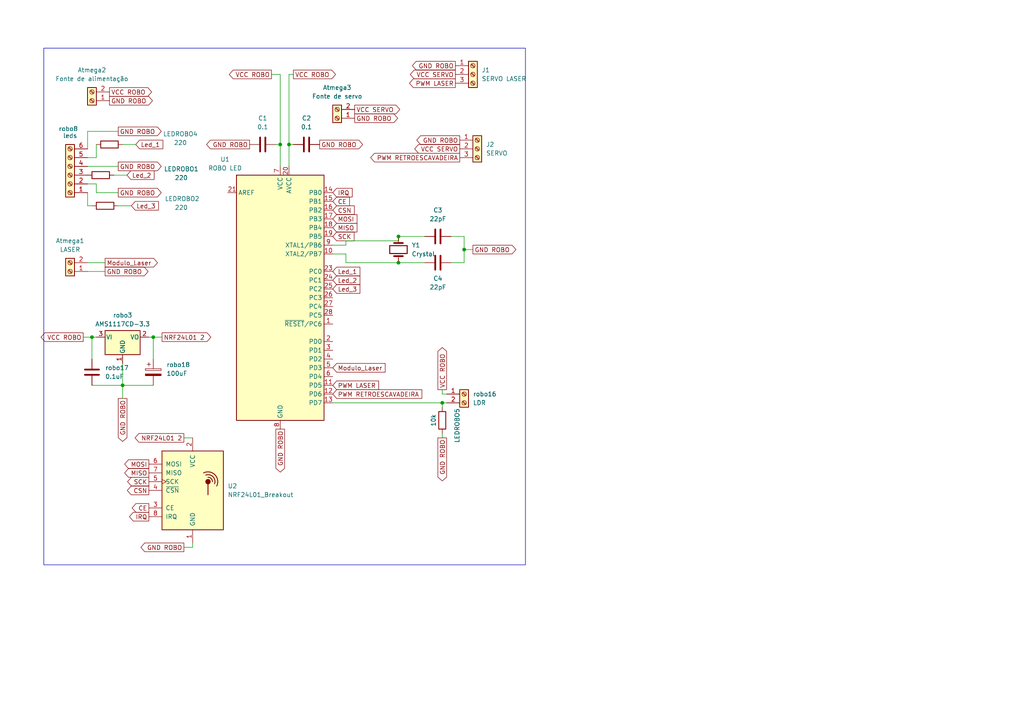
<source format=kicad_sch>
(kicad_sch
	(version 20250114)
	(generator "eeschema")
	(generator_version "9.0")
	(uuid "2eb9cd53-303d-4898-ac9e-3c4baa72a11c")
	(paper "A4")
	(lib_symbols
		(symbol "Connector:Screw_Terminal_01x02"
			(pin_names
				(offset 1.016)
				(hide yes)
			)
			(exclude_from_sim no)
			(in_bom yes)
			(on_board yes)
			(property "Reference" "J"
				(at 0 2.54 0)
				(effects
					(font
						(size 1.27 1.27)
					)
				)
			)
			(property "Value" "Screw_Terminal_01x02"
				(at 0 -5.08 0)
				(effects
					(font
						(size 1.27 1.27)
					)
				)
			)
			(property "Footprint" ""
				(at 0 0 0)
				(effects
					(font
						(size 1.27 1.27)
					)
					(hide yes)
				)
			)
			(property "Datasheet" "~"
				(at 0 0 0)
				(effects
					(font
						(size 1.27 1.27)
					)
					(hide yes)
				)
			)
			(property "Description" "Generic screw terminal, single row, 01x02, script generated (kicad-library-utils/schlib/autogen/connector/)"
				(at 0 0 0)
				(effects
					(font
						(size 1.27 1.27)
					)
					(hide yes)
				)
			)
			(property "ki_keywords" "screw terminal"
				(at 0 0 0)
				(effects
					(font
						(size 1.27 1.27)
					)
					(hide yes)
				)
			)
			(property "ki_fp_filters" "TerminalBlock*:*"
				(at 0 0 0)
				(effects
					(font
						(size 1.27 1.27)
					)
					(hide yes)
				)
			)
			(symbol "Screw_Terminal_01x02_1_1"
				(rectangle
					(start -1.27 1.27)
					(end 1.27 -3.81)
					(stroke
						(width 0.254)
						(type default)
					)
					(fill
						(type background)
					)
				)
				(polyline
					(pts
						(xy -0.5334 0.3302) (xy 0.3302 -0.508)
					)
					(stroke
						(width 0.1524)
						(type default)
					)
					(fill
						(type none)
					)
				)
				(polyline
					(pts
						(xy -0.5334 -2.2098) (xy 0.3302 -3.048)
					)
					(stroke
						(width 0.1524)
						(type default)
					)
					(fill
						(type none)
					)
				)
				(polyline
					(pts
						(xy -0.3556 0.508) (xy 0.508 -0.3302)
					)
					(stroke
						(width 0.1524)
						(type default)
					)
					(fill
						(type none)
					)
				)
				(polyline
					(pts
						(xy -0.3556 -2.032) (xy 0.508 -2.8702)
					)
					(stroke
						(width 0.1524)
						(type default)
					)
					(fill
						(type none)
					)
				)
				(circle
					(center 0 0)
					(radius 0.635)
					(stroke
						(width 0.1524)
						(type default)
					)
					(fill
						(type none)
					)
				)
				(circle
					(center 0 -2.54)
					(radius 0.635)
					(stroke
						(width 0.1524)
						(type default)
					)
					(fill
						(type none)
					)
				)
				(pin passive line
					(at -5.08 0 0)
					(length 3.81)
					(name "Pin_1"
						(effects
							(font
								(size 1.27 1.27)
							)
						)
					)
					(number "1"
						(effects
							(font
								(size 1.27 1.27)
							)
						)
					)
				)
				(pin passive line
					(at -5.08 -2.54 0)
					(length 3.81)
					(name "Pin_2"
						(effects
							(font
								(size 1.27 1.27)
							)
						)
					)
					(number "2"
						(effects
							(font
								(size 1.27 1.27)
							)
						)
					)
				)
			)
			(embedded_fonts no)
		)
		(symbol "Connector:Screw_Terminal_01x03"
			(pin_names
				(offset 1.016)
				(hide yes)
			)
			(exclude_from_sim no)
			(in_bom yes)
			(on_board yes)
			(property "Reference" "J"
				(at 0 5.08 0)
				(effects
					(font
						(size 1.27 1.27)
					)
				)
			)
			(property "Value" "Screw_Terminal_01x03"
				(at 0 -5.08 0)
				(effects
					(font
						(size 1.27 1.27)
					)
				)
			)
			(property "Footprint" ""
				(at 0 0 0)
				(effects
					(font
						(size 1.27 1.27)
					)
					(hide yes)
				)
			)
			(property "Datasheet" "~"
				(at 0 0 0)
				(effects
					(font
						(size 1.27 1.27)
					)
					(hide yes)
				)
			)
			(property "Description" "Generic screw terminal, single row, 01x03, script generated (kicad-library-utils/schlib/autogen/connector/)"
				(at 0 0 0)
				(effects
					(font
						(size 1.27 1.27)
					)
					(hide yes)
				)
			)
			(property "ki_keywords" "screw terminal"
				(at 0 0 0)
				(effects
					(font
						(size 1.27 1.27)
					)
					(hide yes)
				)
			)
			(property "ki_fp_filters" "TerminalBlock*:*"
				(at 0 0 0)
				(effects
					(font
						(size 1.27 1.27)
					)
					(hide yes)
				)
			)
			(symbol "Screw_Terminal_01x03_1_1"
				(rectangle
					(start -1.27 3.81)
					(end 1.27 -3.81)
					(stroke
						(width 0.254)
						(type default)
					)
					(fill
						(type background)
					)
				)
				(polyline
					(pts
						(xy -0.5334 2.8702) (xy 0.3302 2.032)
					)
					(stroke
						(width 0.1524)
						(type default)
					)
					(fill
						(type none)
					)
				)
				(polyline
					(pts
						(xy -0.5334 0.3302) (xy 0.3302 -0.508)
					)
					(stroke
						(width 0.1524)
						(type default)
					)
					(fill
						(type none)
					)
				)
				(polyline
					(pts
						(xy -0.5334 -2.2098) (xy 0.3302 -3.048)
					)
					(stroke
						(width 0.1524)
						(type default)
					)
					(fill
						(type none)
					)
				)
				(polyline
					(pts
						(xy -0.3556 3.048) (xy 0.508 2.2098)
					)
					(stroke
						(width 0.1524)
						(type default)
					)
					(fill
						(type none)
					)
				)
				(polyline
					(pts
						(xy -0.3556 0.508) (xy 0.508 -0.3302)
					)
					(stroke
						(width 0.1524)
						(type default)
					)
					(fill
						(type none)
					)
				)
				(polyline
					(pts
						(xy -0.3556 -2.032) (xy 0.508 -2.8702)
					)
					(stroke
						(width 0.1524)
						(type default)
					)
					(fill
						(type none)
					)
				)
				(circle
					(center 0 2.54)
					(radius 0.635)
					(stroke
						(width 0.1524)
						(type default)
					)
					(fill
						(type none)
					)
				)
				(circle
					(center 0 0)
					(radius 0.635)
					(stroke
						(width 0.1524)
						(type default)
					)
					(fill
						(type none)
					)
				)
				(circle
					(center 0 -2.54)
					(radius 0.635)
					(stroke
						(width 0.1524)
						(type default)
					)
					(fill
						(type none)
					)
				)
				(pin passive line
					(at -5.08 2.54 0)
					(length 3.81)
					(name "Pin_1"
						(effects
							(font
								(size 1.27 1.27)
							)
						)
					)
					(number "1"
						(effects
							(font
								(size 1.27 1.27)
							)
						)
					)
				)
				(pin passive line
					(at -5.08 0 0)
					(length 3.81)
					(name "Pin_2"
						(effects
							(font
								(size 1.27 1.27)
							)
						)
					)
					(number "2"
						(effects
							(font
								(size 1.27 1.27)
							)
						)
					)
				)
				(pin passive line
					(at -5.08 -2.54 0)
					(length 3.81)
					(name "Pin_3"
						(effects
							(font
								(size 1.27 1.27)
							)
						)
					)
					(number "3"
						(effects
							(font
								(size 1.27 1.27)
							)
						)
					)
				)
			)
			(embedded_fonts no)
		)
		(symbol "Connector:Screw_Terminal_01x06"
			(pin_names
				(offset 1.016)
				(hide yes)
			)
			(exclude_from_sim no)
			(in_bom yes)
			(on_board yes)
			(property "Reference" "J"
				(at 0 7.62 0)
				(effects
					(font
						(size 1.27 1.27)
					)
				)
			)
			(property "Value" "Screw_Terminal_01x06"
				(at 0 -10.16 0)
				(effects
					(font
						(size 1.27 1.27)
					)
				)
			)
			(property "Footprint" ""
				(at 0 0 0)
				(effects
					(font
						(size 1.27 1.27)
					)
					(hide yes)
				)
			)
			(property "Datasheet" "~"
				(at 0 0 0)
				(effects
					(font
						(size 1.27 1.27)
					)
					(hide yes)
				)
			)
			(property "Description" "Generic screw terminal, single row, 01x06, script generated (kicad-library-utils/schlib/autogen/connector/)"
				(at 0 0 0)
				(effects
					(font
						(size 1.27 1.27)
					)
					(hide yes)
				)
			)
			(property "ki_keywords" "screw terminal"
				(at 0 0 0)
				(effects
					(font
						(size 1.27 1.27)
					)
					(hide yes)
				)
			)
			(property "ki_fp_filters" "TerminalBlock*:*"
				(at 0 0 0)
				(effects
					(font
						(size 1.27 1.27)
					)
					(hide yes)
				)
			)
			(symbol "Screw_Terminal_01x06_1_1"
				(rectangle
					(start -1.27 6.35)
					(end 1.27 -8.89)
					(stroke
						(width 0.254)
						(type default)
					)
					(fill
						(type background)
					)
				)
				(polyline
					(pts
						(xy -0.5334 5.4102) (xy 0.3302 4.572)
					)
					(stroke
						(width 0.1524)
						(type default)
					)
					(fill
						(type none)
					)
				)
				(polyline
					(pts
						(xy -0.5334 2.8702) (xy 0.3302 2.032)
					)
					(stroke
						(width 0.1524)
						(type default)
					)
					(fill
						(type none)
					)
				)
				(polyline
					(pts
						(xy -0.5334 0.3302) (xy 0.3302 -0.508)
					)
					(stroke
						(width 0.1524)
						(type default)
					)
					(fill
						(type none)
					)
				)
				(polyline
					(pts
						(xy -0.5334 -2.2098) (xy 0.3302 -3.048)
					)
					(stroke
						(width 0.1524)
						(type default)
					)
					(fill
						(type none)
					)
				)
				(polyline
					(pts
						(xy -0.5334 -4.7498) (xy 0.3302 -5.588)
					)
					(stroke
						(width 0.1524)
						(type default)
					)
					(fill
						(type none)
					)
				)
				(polyline
					(pts
						(xy -0.5334 -7.2898) (xy 0.3302 -8.128)
					)
					(stroke
						(width 0.1524)
						(type default)
					)
					(fill
						(type none)
					)
				)
				(polyline
					(pts
						(xy -0.3556 5.588) (xy 0.508 4.7498)
					)
					(stroke
						(width 0.1524)
						(type default)
					)
					(fill
						(type none)
					)
				)
				(polyline
					(pts
						(xy -0.3556 3.048) (xy 0.508 2.2098)
					)
					(stroke
						(width 0.1524)
						(type default)
					)
					(fill
						(type none)
					)
				)
				(polyline
					(pts
						(xy -0.3556 0.508) (xy 0.508 -0.3302)
					)
					(stroke
						(width 0.1524)
						(type default)
					)
					(fill
						(type none)
					)
				)
				(polyline
					(pts
						(xy -0.3556 -2.032) (xy 0.508 -2.8702)
					)
					(stroke
						(width 0.1524)
						(type default)
					)
					(fill
						(type none)
					)
				)
				(polyline
					(pts
						(xy -0.3556 -4.572) (xy 0.508 -5.4102)
					)
					(stroke
						(width 0.1524)
						(type default)
					)
					(fill
						(type none)
					)
				)
				(polyline
					(pts
						(xy -0.3556 -7.112) (xy 0.508 -7.9502)
					)
					(stroke
						(width 0.1524)
						(type default)
					)
					(fill
						(type none)
					)
				)
				(circle
					(center 0 5.08)
					(radius 0.635)
					(stroke
						(width 0.1524)
						(type default)
					)
					(fill
						(type none)
					)
				)
				(circle
					(center 0 2.54)
					(radius 0.635)
					(stroke
						(width 0.1524)
						(type default)
					)
					(fill
						(type none)
					)
				)
				(circle
					(center 0 0)
					(radius 0.635)
					(stroke
						(width 0.1524)
						(type default)
					)
					(fill
						(type none)
					)
				)
				(circle
					(center 0 -2.54)
					(radius 0.635)
					(stroke
						(width 0.1524)
						(type default)
					)
					(fill
						(type none)
					)
				)
				(circle
					(center 0 -5.08)
					(radius 0.635)
					(stroke
						(width 0.1524)
						(type default)
					)
					(fill
						(type none)
					)
				)
				(circle
					(center 0 -7.62)
					(radius 0.635)
					(stroke
						(width 0.1524)
						(type default)
					)
					(fill
						(type none)
					)
				)
				(pin passive line
					(at -5.08 5.08 0)
					(length 3.81)
					(name "Pin_1"
						(effects
							(font
								(size 1.27 1.27)
							)
						)
					)
					(number "1"
						(effects
							(font
								(size 1.27 1.27)
							)
						)
					)
				)
				(pin passive line
					(at -5.08 2.54 0)
					(length 3.81)
					(name "Pin_2"
						(effects
							(font
								(size 1.27 1.27)
							)
						)
					)
					(number "2"
						(effects
							(font
								(size 1.27 1.27)
							)
						)
					)
				)
				(pin passive line
					(at -5.08 0 0)
					(length 3.81)
					(name "Pin_3"
						(effects
							(font
								(size 1.27 1.27)
							)
						)
					)
					(number "3"
						(effects
							(font
								(size 1.27 1.27)
							)
						)
					)
				)
				(pin passive line
					(at -5.08 -2.54 0)
					(length 3.81)
					(name "Pin_4"
						(effects
							(font
								(size 1.27 1.27)
							)
						)
					)
					(number "4"
						(effects
							(font
								(size 1.27 1.27)
							)
						)
					)
				)
				(pin passive line
					(at -5.08 -5.08 0)
					(length 3.81)
					(name "Pin_5"
						(effects
							(font
								(size 1.27 1.27)
							)
						)
					)
					(number "5"
						(effects
							(font
								(size 1.27 1.27)
							)
						)
					)
				)
				(pin passive line
					(at -5.08 -7.62 0)
					(length 3.81)
					(name "Pin_6"
						(effects
							(font
								(size 1.27 1.27)
							)
						)
					)
					(number "6"
						(effects
							(font
								(size 1.27 1.27)
							)
						)
					)
				)
			)
			(embedded_fonts no)
		)
		(symbol "Device:C"
			(pin_numbers
				(hide yes)
			)
			(pin_names
				(offset 0.254)
			)
			(exclude_from_sim no)
			(in_bom yes)
			(on_board yes)
			(property "Reference" "C"
				(at 0.635 2.54 0)
				(effects
					(font
						(size 1.27 1.27)
					)
					(justify left)
				)
			)
			(property "Value" "C"
				(at 0.635 -2.54 0)
				(effects
					(font
						(size 1.27 1.27)
					)
					(justify left)
				)
			)
			(property "Footprint" ""
				(at 0.9652 -3.81 0)
				(effects
					(font
						(size 1.27 1.27)
					)
					(hide yes)
				)
			)
			(property "Datasheet" "~"
				(at 0 0 0)
				(effects
					(font
						(size 1.27 1.27)
					)
					(hide yes)
				)
			)
			(property "Description" "Unpolarized capacitor"
				(at 0 0 0)
				(effects
					(font
						(size 1.27 1.27)
					)
					(hide yes)
				)
			)
			(property "ki_keywords" "cap capacitor"
				(at 0 0 0)
				(effects
					(font
						(size 1.27 1.27)
					)
					(hide yes)
				)
			)
			(property "ki_fp_filters" "C_*"
				(at 0 0 0)
				(effects
					(font
						(size 1.27 1.27)
					)
					(hide yes)
				)
			)
			(symbol "C_0_1"
				(polyline
					(pts
						(xy -2.032 0.762) (xy 2.032 0.762)
					)
					(stroke
						(width 0.508)
						(type default)
					)
					(fill
						(type none)
					)
				)
				(polyline
					(pts
						(xy -2.032 -0.762) (xy 2.032 -0.762)
					)
					(stroke
						(width 0.508)
						(type default)
					)
					(fill
						(type none)
					)
				)
			)
			(symbol "C_1_1"
				(pin passive line
					(at 0 3.81 270)
					(length 2.794)
					(name "~"
						(effects
							(font
								(size 1.27 1.27)
							)
						)
					)
					(number "1"
						(effects
							(font
								(size 1.27 1.27)
							)
						)
					)
				)
				(pin passive line
					(at 0 -3.81 90)
					(length 2.794)
					(name "~"
						(effects
							(font
								(size 1.27 1.27)
							)
						)
					)
					(number "2"
						(effects
							(font
								(size 1.27 1.27)
							)
						)
					)
				)
			)
			(embedded_fonts no)
		)
		(symbol "Device:C_Polarized"
			(pin_numbers
				(hide yes)
			)
			(pin_names
				(offset 0.254)
			)
			(exclude_from_sim no)
			(in_bom yes)
			(on_board yes)
			(property "Reference" "C"
				(at 0.635 2.54 0)
				(effects
					(font
						(size 1.27 1.27)
					)
					(justify left)
				)
			)
			(property "Value" "C_Polarized"
				(at 0.635 -2.54 0)
				(effects
					(font
						(size 1.27 1.27)
					)
					(justify left)
				)
			)
			(property "Footprint" ""
				(at 0.9652 -3.81 0)
				(effects
					(font
						(size 1.27 1.27)
					)
					(hide yes)
				)
			)
			(property "Datasheet" "~"
				(at 0 0 0)
				(effects
					(font
						(size 1.27 1.27)
					)
					(hide yes)
				)
			)
			(property "Description" "Polarized capacitor"
				(at 0 0 0)
				(effects
					(font
						(size 1.27 1.27)
					)
					(hide yes)
				)
			)
			(property "ki_keywords" "cap capacitor"
				(at 0 0 0)
				(effects
					(font
						(size 1.27 1.27)
					)
					(hide yes)
				)
			)
			(property "ki_fp_filters" "CP_*"
				(at 0 0 0)
				(effects
					(font
						(size 1.27 1.27)
					)
					(hide yes)
				)
			)
			(symbol "C_Polarized_0_1"
				(rectangle
					(start -2.286 0.508)
					(end 2.286 1.016)
					(stroke
						(width 0)
						(type default)
					)
					(fill
						(type none)
					)
				)
				(polyline
					(pts
						(xy -1.778 2.286) (xy -0.762 2.286)
					)
					(stroke
						(width 0)
						(type default)
					)
					(fill
						(type none)
					)
				)
				(polyline
					(pts
						(xy -1.27 2.794) (xy -1.27 1.778)
					)
					(stroke
						(width 0)
						(type default)
					)
					(fill
						(type none)
					)
				)
				(rectangle
					(start 2.286 -0.508)
					(end -2.286 -1.016)
					(stroke
						(width 0)
						(type default)
					)
					(fill
						(type outline)
					)
				)
			)
			(symbol "C_Polarized_1_1"
				(pin passive line
					(at 0 3.81 270)
					(length 2.794)
					(name "~"
						(effects
							(font
								(size 1.27 1.27)
							)
						)
					)
					(number "1"
						(effects
							(font
								(size 1.27 1.27)
							)
						)
					)
				)
				(pin passive line
					(at 0 -3.81 90)
					(length 2.794)
					(name "~"
						(effects
							(font
								(size 1.27 1.27)
							)
						)
					)
					(number "2"
						(effects
							(font
								(size 1.27 1.27)
							)
						)
					)
				)
			)
			(embedded_fonts no)
		)
		(symbol "Device:Crystal"
			(pin_numbers
				(hide yes)
			)
			(pin_names
				(offset 1.016)
				(hide yes)
			)
			(exclude_from_sim no)
			(in_bom yes)
			(on_board yes)
			(property "Reference" "Y"
				(at 0 3.81 0)
				(effects
					(font
						(size 1.27 1.27)
					)
				)
			)
			(property "Value" "Crystal"
				(at 0 -3.81 0)
				(effects
					(font
						(size 1.27 1.27)
					)
				)
			)
			(property "Footprint" ""
				(at 0 0 0)
				(effects
					(font
						(size 1.27 1.27)
					)
					(hide yes)
				)
			)
			(property "Datasheet" "~"
				(at 0 0 0)
				(effects
					(font
						(size 1.27 1.27)
					)
					(hide yes)
				)
			)
			(property "Description" "Two pin crystal"
				(at 0 0 0)
				(effects
					(font
						(size 1.27 1.27)
					)
					(hide yes)
				)
			)
			(property "ki_keywords" "quartz ceramic resonator oscillator"
				(at 0 0 0)
				(effects
					(font
						(size 1.27 1.27)
					)
					(hide yes)
				)
			)
			(property "ki_fp_filters" "Crystal*"
				(at 0 0 0)
				(effects
					(font
						(size 1.27 1.27)
					)
					(hide yes)
				)
			)
			(symbol "Crystal_0_1"
				(polyline
					(pts
						(xy -2.54 0) (xy -1.905 0)
					)
					(stroke
						(width 0)
						(type default)
					)
					(fill
						(type none)
					)
				)
				(polyline
					(pts
						(xy -1.905 -1.27) (xy -1.905 1.27)
					)
					(stroke
						(width 0.508)
						(type default)
					)
					(fill
						(type none)
					)
				)
				(rectangle
					(start -1.143 2.54)
					(end 1.143 -2.54)
					(stroke
						(width 0.3048)
						(type default)
					)
					(fill
						(type none)
					)
				)
				(polyline
					(pts
						(xy 1.905 -1.27) (xy 1.905 1.27)
					)
					(stroke
						(width 0.508)
						(type default)
					)
					(fill
						(type none)
					)
				)
				(polyline
					(pts
						(xy 2.54 0) (xy 1.905 0)
					)
					(stroke
						(width 0)
						(type default)
					)
					(fill
						(type none)
					)
				)
			)
			(symbol "Crystal_1_1"
				(pin passive line
					(at -3.81 0 0)
					(length 1.27)
					(name "1"
						(effects
							(font
								(size 1.27 1.27)
							)
						)
					)
					(number "1"
						(effects
							(font
								(size 1.27 1.27)
							)
						)
					)
				)
				(pin passive line
					(at 3.81 0 180)
					(length 1.27)
					(name "2"
						(effects
							(font
								(size 1.27 1.27)
							)
						)
					)
					(number "2"
						(effects
							(font
								(size 1.27 1.27)
							)
						)
					)
				)
			)
			(embedded_fonts no)
		)
		(symbol "Device:R"
			(pin_numbers
				(hide yes)
			)
			(pin_names
				(offset 0)
			)
			(exclude_from_sim no)
			(in_bom yes)
			(on_board yes)
			(property "Reference" "R"
				(at 2.032 0 90)
				(effects
					(font
						(size 1.27 1.27)
					)
				)
			)
			(property "Value" "R"
				(at 0 0 90)
				(effects
					(font
						(size 1.27 1.27)
					)
				)
			)
			(property "Footprint" ""
				(at -1.778 0 90)
				(effects
					(font
						(size 1.27 1.27)
					)
					(hide yes)
				)
			)
			(property "Datasheet" "~"
				(at 0 0 0)
				(effects
					(font
						(size 1.27 1.27)
					)
					(hide yes)
				)
			)
			(property "Description" "Resistor"
				(at 0 0 0)
				(effects
					(font
						(size 1.27 1.27)
					)
					(hide yes)
				)
			)
			(property "ki_keywords" "R res resistor"
				(at 0 0 0)
				(effects
					(font
						(size 1.27 1.27)
					)
					(hide yes)
				)
			)
			(property "ki_fp_filters" "R_*"
				(at 0 0 0)
				(effects
					(font
						(size 1.27 1.27)
					)
					(hide yes)
				)
			)
			(symbol "R_0_1"
				(rectangle
					(start -1.016 -2.54)
					(end 1.016 2.54)
					(stroke
						(width 0.254)
						(type default)
					)
					(fill
						(type none)
					)
				)
			)
			(symbol "R_1_1"
				(pin passive line
					(at 0 3.81 270)
					(length 1.27)
					(name "~"
						(effects
							(font
								(size 1.27 1.27)
							)
						)
					)
					(number "1"
						(effects
							(font
								(size 1.27 1.27)
							)
						)
					)
				)
				(pin passive line
					(at 0 -3.81 90)
					(length 1.27)
					(name "~"
						(effects
							(font
								(size 1.27 1.27)
							)
						)
					)
					(number "2"
						(effects
							(font
								(size 1.27 1.27)
							)
						)
					)
				)
			)
			(embedded_fonts no)
		)
		(symbol "MCU_Microchip_ATmega:ATmega328-P"
			(exclude_from_sim no)
			(in_bom yes)
			(on_board yes)
			(property "Reference" "U"
				(at -12.7 36.83 0)
				(effects
					(font
						(size 1.27 1.27)
					)
					(justify left bottom)
				)
			)
			(property "Value" "ATmega328-P"
				(at 2.54 -36.83 0)
				(effects
					(font
						(size 1.27 1.27)
					)
					(justify left top)
				)
			)
			(property "Footprint" "Package_DIP:DIP-28_W7.62mm"
				(at 0 0 0)
				(effects
					(font
						(size 1.27 1.27)
						(italic yes)
					)
					(hide yes)
				)
			)
			(property "Datasheet" "http://ww1.microchip.com/downloads/en/DeviceDoc/ATmega328_P%20AVR%20MCU%20with%20picoPower%20Technology%20Data%20Sheet%2040001984A.pdf"
				(at 0 0 0)
				(effects
					(font
						(size 1.27 1.27)
					)
					(hide yes)
				)
			)
			(property "Description" "20MHz, 32kB Flash, 2kB SRAM, 1kB EEPROM, DIP-28"
				(at 0 0 0)
				(effects
					(font
						(size 1.27 1.27)
					)
					(hide yes)
				)
			)
			(property "ki_keywords" "AVR 8bit Microcontroller MegaAVR"
				(at 0 0 0)
				(effects
					(font
						(size 1.27 1.27)
					)
					(hide yes)
				)
			)
			(property "ki_fp_filters" "DIP*W7.62mm*"
				(at 0 0 0)
				(effects
					(font
						(size 1.27 1.27)
					)
					(hide yes)
				)
			)
			(symbol "ATmega328-P_0_1"
				(rectangle
					(start -12.7 -35.56)
					(end 12.7 35.56)
					(stroke
						(width 0.254)
						(type default)
					)
					(fill
						(type background)
					)
				)
			)
			(symbol "ATmega328-P_1_1"
				(pin passive line
					(at -15.24 30.48 0)
					(length 2.54)
					(name "AREF"
						(effects
							(font
								(size 1.27 1.27)
							)
						)
					)
					(number "21"
						(effects
							(font
								(size 1.27 1.27)
							)
						)
					)
				)
				(pin power_in line
					(at 0 38.1 270)
					(length 2.54)
					(name "VCC"
						(effects
							(font
								(size 1.27 1.27)
							)
						)
					)
					(number "7"
						(effects
							(font
								(size 1.27 1.27)
							)
						)
					)
				)
				(pin passive line
					(at 0 -38.1 90)
					(length 2.54)
					(hide yes)
					(name "GND"
						(effects
							(font
								(size 1.27 1.27)
							)
						)
					)
					(number "22"
						(effects
							(font
								(size 1.27 1.27)
							)
						)
					)
				)
				(pin power_in line
					(at 0 -38.1 90)
					(length 2.54)
					(name "GND"
						(effects
							(font
								(size 1.27 1.27)
							)
						)
					)
					(number "8"
						(effects
							(font
								(size 1.27 1.27)
							)
						)
					)
				)
				(pin power_in line
					(at 2.54 38.1 270)
					(length 2.54)
					(name "AVCC"
						(effects
							(font
								(size 1.27 1.27)
							)
						)
					)
					(number "20"
						(effects
							(font
								(size 1.27 1.27)
							)
						)
					)
				)
				(pin bidirectional line
					(at 15.24 30.48 180)
					(length 2.54)
					(name "PB0"
						(effects
							(font
								(size 1.27 1.27)
							)
						)
					)
					(number "14"
						(effects
							(font
								(size 1.27 1.27)
							)
						)
					)
				)
				(pin bidirectional line
					(at 15.24 27.94 180)
					(length 2.54)
					(name "PB1"
						(effects
							(font
								(size 1.27 1.27)
							)
						)
					)
					(number "15"
						(effects
							(font
								(size 1.27 1.27)
							)
						)
					)
				)
				(pin bidirectional line
					(at 15.24 25.4 180)
					(length 2.54)
					(name "PB2"
						(effects
							(font
								(size 1.27 1.27)
							)
						)
					)
					(number "16"
						(effects
							(font
								(size 1.27 1.27)
							)
						)
					)
				)
				(pin bidirectional line
					(at 15.24 22.86 180)
					(length 2.54)
					(name "PB3"
						(effects
							(font
								(size 1.27 1.27)
							)
						)
					)
					(number "17"
						(effects
							(font
								(size 1.27 1.27)
							)
						)
					)
				)
				(pin bidirectional line
					(at 15.24 20.32 180)
					(length 2.54)
					(name "PB4"
						(effects
							(font
								(size 1.27 1.27)
							)
						)
					)
					(number "18"
						(effects
							(font
								(size 1.27 1.27)
							)
						)
					)
				)
				(pin bidirectional line
					(at 15.24 17.78 180)
					(length 2.54)
					(name "PB5"
						(effects
							(font
								(size 1.27 1.27)
							)
						)
					)
					(number "19"
						(effects
							(font
								(size 1.27 1.27)
							)
						)
					)
				)
				(pin bidirectional line
					(at 15.24 15.24 180)
					(length 2.54)
					(name "XTAL1/PB6"
						(effects
							(font
								(size 1.27 1.27)
							)
						)
					)
					(number "9"
						(effects
							(font
								(size 1.27 1.27)
							)
						)
					)
				)
				(pin bidirectional line
					(at 15.24 12.7 180)
					(length 2.54)
					(name "XTAL2/PB7"
						(effects
							(font
								(size 1.27 1.27)
							)
						)
					)
					(number "10"
						(effects
							(font
								(size 1.27 1.27)
							)
						)
					)
				)
				(pin bidirectional line
					(at 15.24 7.62 180)
					(length 2.54)
					(name "PC0"
						(effects
							(font
								(size 1.27 1.27)
							)
						)
					)
					(number "23"
						(effects
							(font
								(size 1.27 1.27)
							)
						)
					)
				)
				(pin bidirectional line
					(at 15.24 5.08 180)
					(length 2.54)
					(name "PC1"
						(effects
							(font
								(size 1.27 1.27)
							)
						)
					)
					(number "24"
						(effects
							(font
								(size 1.27 1.27)
							)
						)
					)
				)
				(pin bidirectional line
					(at 15.24 2.54 180)
					(length 2.54)
					(name "PC2"
						(effects
							(font
								(size 1.27 1.27)
							)
						)
					)
					(number "25"
						(effects
							(font
								(size 1.27 1.27)
							)
						)
					)
				)
				(pin bidirectional line
					(at 15.24 0 180)
					(length 2.54)
					(name "PC3"
						(effects
							(font
								(size 1.27 1.27)
							)
						)
					)
					(number "26"
						(effects
							(font
								(size 1.27 1.27)
							)
						)
					)
				)
				(pin bidirectional line
					(at 15.24 -2.54 180)
					(length 2.54)
					(name "PC4"
						(effects
							(font
								(size 1.27 1.27)
							)
						)
					)
					(number "27"
						(effects
							(font
								(size 1.27 1.27)
							)
						)
					)
				)
				(pin bidirectional line
					(at 15.24 -5.08 180)
					(length 2.54)
					(name "PC5"
						(effects
							(font
								(size 1.27 1.27)
							)
						)
					)
					(number "28"
						(effects
							(font
								(size 1.27 1.27)
							)
						)
					)
				)
				(pin bidirectional line
					(at 15.24 -7.62 180)
					(length 2.54)
					(name "~{RESET}/PC6"
						(effects
							(font
								(size 1.27 1.27)
							)
						)
					)
					(number "1"
						(effects
							(font
								(size 1.27 1.27)
							)
						)
					)
				)
				(pin bidirectional line
					(at 15.24 -12.7 180)
					(length 2.54)
					(name "PD0"
						(effects
							(font
								(size 1.27 1.27)
							)
						)
					)
					(number "2"
						(effects
							(font
								(size 1.27 1.27)
							)
						)
					)
				)
				(pin bidirectional line
					(at 15.24 -15.24 180)
					(length 2.54)
					(name "PD1"
						(effects
							(font
								(size 1.27 1.27)
							)
						)
					)
					(number "3"
						(effects
							(font
								(size 1.27 1.27)
							)
						)
					)
				)
				(pin bidirectional line
					(at 15.24 -17.78 180)
					(length 2.54)
					(name "PD2"
						(effects
							(font
								(size 1.27 1.27)
							)
						)
					)
					(number "4"
						(effects
							(font
								(size 1.27 1.27)
							)
						)
					)
				)
				(pin bidirectional line
					(at 15.24 -20.32 180)
					(length 2.54)
					(name "PD3"
						(effects
							(font
								(size 1.27 1.27)
							)
						)
					)
					(number "5"
						(effects
							(font
								(size 1.27 1.27)
							)
						)
					)
				)
				(pin bidirectional line
					(at 15.24 -22.86 180)
					(length 2.54)
					(name "PD4"
						(effects
							(font
								(size 1.27 1.27)
							)
						)
					)
					(number "6"
						(effects
							(font
								(size 1.27 1.27)
							)
						)
					)
				)
				(pin bidirectional line
					(at 15.24 -25.4 180)
					(length 2.54)
					(name "PD5"
						(effects
							(font
								(size 1.27 1.27)
							)
						)
					)
					(number "11"
						(effects
							(font
								(size 1.27 1.27)
							)
						)
					)
				)
				(pin bidirectional line
					(at 15.24 -27.94 180)
					(length 2.54)
					(name "PD6"
						(effects
							(font
								(size 1.27 1.27)
							)
						)
					)
					(number "12"
						(effects
							(font
								(size 1.27 1.27)
							)
						)
					)
				)
				(pin bidirectional line
					(at 15.24 -30.48 180)
					(length 2.54)
					(name "PD7"
						(effects
							(font
								(size 1.27 1.27)
							)
						)
					)
					(number "13"
						(effects
							(font
								(size 1.27 1.27)
							)
						)
					)
				)
			)
			(embedded_fonts no)
		)
		(symbol "RF:NRF24L01_Breakout"
			(pin_names
				(offset 1.016)
			)
			(exclude_from_sim no)
			(in_bom yes)
			(on_board yes)
			(property "Reference" "U"
				(at -8.89 12.7 0)
				(effects
					(font
						(size 1.27 1.27)
					)
					(justify left)
				)
			)
			(property "Value" "NRF24L01_Breakout"
				(at 3.81 12.7 0)
				(effects
					(font
						(size 1.27 1.27)
					)
					(justify left)
				)
			)
			(property "Footprint" "RF_Module:nRF24L01_Breakout"
				(at 3.81 15.24 0)
				(effects
					(font
						(size 1.27 1.27)
						(italic yes)
					)
					(justify left)
					(hide yes)
				)
			)
			(property "Datasheet" "http://www.nordicsemi.com/eng/content/download/2730/34105/file/nRF24L01_Product_Specification_v2_0.pdf"
				(at 0 -2.54 0)
				(effects
					(font
						(size 1.27 1.27)
					)
					(hide yes)
				)
			)
			(property "Description" "Ultra low power 2.4GHz RF Transceiver, Carrier PCB"
				(at 0 0 0)
				(effects
					(font
						(size 1.27 1.27)
					)
					(hide yes)
				)
			)
			(property "ki_keywords" "Low Power RF Transceiver breakout carrier"
				(at 0 0 0)
				(effects
					(font
						(size 1.27 1.27)
					)
					(hide yes)
				)
			)
			(property "ki_fp_filters" "nRF24L01*Breakout*"
				(at 0 0 0)
				(effects
					(font
						(size 1.27 1.27)
					)
					(hide yes)
				)
			)
			(symbol "NRF24L01_Breakout_0_1"
				(rectangle
					(start -8.89 11.43)
					(end 8.89 -11.43)
					(stroke
						(width 0.254)
						(type default)
					)
					(fill
						(type background)
					)
				)
				(arc
					(start 3.175 5.08)
					(mid 6.453 4.548)
					(end 6.985 1.27)
					(stroke
						(width 0.254)
						(type default)
					)
					(fill
						(type none)
					)
				)
				(circle
					(center 4.445 2.54)
					(radius 0.635)
					(stroke
						(width 0.254)
						(type default)
					)
					(fill
						(type outline)
					)
				)
				(polyline
					(pts
						(xy 4.445 1.905) (xy 4.445 -1.27)
					)
					(stroke
						(width 0.254)
						(type default)
					)
					(fill
						(type none)
					)
				)
				(arc
					(start 3.81 4.445)
					(mid 5.8835 3.9785)
					(end 6.35 1.905)
					(stroke
						(width 0.254)
						(type default)
					)
					(fill
						(type none)
					)
				)
				(arc
					(start 4.445 3.81)
					(mid 5.3558 3.4508)
					(end 5.715 2.54)
					(stroke
						(width 0.254)
						(type default)
					)
					(fill
						(type none)
					)
				)
			)
			(symbol "NRF24L01_Breakout_1_1"
				(pin input line
					(at -12.7 7.62 0)
					(length 3.81)
					(name "MOSI"
						(effects
							(font
								(size 1.27 1.27)
							)
						)
					)
					(number "6"
						(effects
							(font
								(size 1.27 1.27)
							)
						)
					)
				)
				(pin output line
					(at -12.7 5.08 0)
					(length 3.81)
					(name "MISO"
						(effects
							(font
								(size 1.27 1.27)
							)
						)
					)
					(number "7"
						(effects
							(font
								(size 1.27 1.27)
							)
						)
					)
				)
				(pin input clock
					(at -12.7 2.54 0)
					(length 3.81)
					(name "SCK"
						(effects
							(font
								(size 1.27 1.27)
							)
						)
					)
					(number "5"
						(effects
							(font
								(size 1.27 1.27)
							)
						)
					)
				)
				(pin input line
					(at -12.7 0 0)
					(length 3.81)
					(name "~{CSN}"
						(effects
							(font
								(size 1.27 1.27)
							)
						)
					)
					(number "4"
						(effects
							(font
								(size 1.27 1.27)
							)
						)
					)
				)
				(pin input line
					(at -12.7 -5.08 0)
					(length 3.81)
					(name "CE"
						(effects
							(font
								(size 1.27 1.27)
							)
						)
					)
					(number "3"
						(effects
							(font
								(size 1.27 1.27)
							)
						)
					)
				)
				(pin output line
					(at -12.7 -7.62 0)
					(length 3.81)
					(name "IRQ"
						(effects
							(font
								(size 1.27 1.27)
							)
						)
					)
					(number "8"
						(effects
							(font
								(size 1.27 1.27)
							)
						)
					)
				)
				(pin power_in line
					(at 0 15.24 270)
					(length 3.81)
					(name "VCC"
						(effects
							(font
								(size 1.27 1.27)
							)
						)
					)
					(number "2"
						(effects
							(font
								(size 1.27 1.27)
							)
						)
					)
				)
				(pin power_in line
					(at 0 -15.24 90)
					(length 3.81)
					(name "GND"
						(effects
							(font
								(size 1.27 1.27)
							)
						)
					)
					(number "1"
						(effects
							(font
								(size 1.27 1.27)
							)
						)
					)
				)
			)
			(embedded_fonts no)
		)
		(symbol "Regulator_Linear:AMS1117CD-3.3"
			(pin_names
				(offset 0.254)
			)
			(exclude_from_sim no)
			(in_bom yes)
			(on_board yes)
			(property "Reference" "U"
				(at -3.81 3.175 0)
				(effects
					(font
						(size 1.27 1.27)
					)
				)
			)
			(property "Value" "AMS1117CD-3.3"
				(at 0 3.175 0)
				(effects
					(font
						(size 1.27 1.27)
					)
					(justify left)
				)
			)
			(property "Footprint" "Package_TO_SOT_SMD:TO-252-3_TabPin2"
				(at 0 5.08 0)
				(effects
					(font
						(size 1.27 1.27)
					)
					(hide yes)
				)
			)
			(property "Datasheet" "http://www.advanced-monolithic.com/pdf/ds1117.pdf"
				(at 2.54 -6.35 0)
				(effects
					(font
						(size 1.27 1.27)
					)
					(hide yes)
				)
			)
			(property "Description" "1A Low Dropout regulator, positive, 3.3V fixed output, TO-252"
				(at 0 0 0)
				(effects
					(font
						(size 1.27 1.27)
					)
					(hide yes)
				)
			)
			(property "ki_keywords" "linear regulator ldo fixed positive"
				(at 0 0 0)
				(effects
					(font
						(size 1.27 1.27)
					)
					(hide yes)
				)
			)
			(property "ki_fp_filters" "TO?252*TabPin2*"
				(at 0 0 0)
				(effects
					(font
						(size 1.27 1.27)
					)
					(hide yes)
				)
			)
			(symbol "AMS1117CD-3.3_0_1"
				(rectangle
					(start -5.08 -5.08)
					(end 5.08 1.905)
					(stroke
						(width 0.254)
						(type default)
					)
					(fill
						(type background)
					)
				)
			)
			(symbol "AMS1117CD-3.3_1_1"
				(pin power_in line
					(at -7.62 0 0)
					(length 2.54)
					(name "VI"
						(effects
							(font
								(size 1.27 1.27)
							)
						)
					)
					(number "3"
						(effects
							(font
								(size 1.27 1.27)
							)
						)
					)
				)
				(pin power_in line
					(at 0 -7.62 90)
					(length 2.54)
					(name "GND"
						(effects
							(font
								(size 1.27 1.27)
							)
						)
					)
					(number "1"
						(effects
							(font
								(size 1.27 1.27)
							)
						)
					)
				)
				(pin power_out line
					(at 7.62 0 180)
					(length 2.54)
					(name "VO"
						(effects
							(font
								(size 1.27 1.27)
							)
						)
					)
					(number "2"
						(effects
							(font
								(size 1.27 1.27)
							)
						)
					)
				)
			)
			(embedded_fonts no)
		)
	)
	(rectangle
		(start 12.7 13.97)
		(end 152.4 163.83)
		(stroke
			(width 0)
			(type default)
		)
		(fill
			(type none)
		)
		(uuid 1d82b843-ef6f-4985-9772-825c867ed11f)
	)
	(junction
		(at 134.62 72.39)
		(diameter 0)
		(color 0 0 0 0)
		(uuid "1c634381-d516-4772-af03-40ce550447f1")
	)
	(junction
		(at 44.45 97.79)
		(diameter 0)
		(color 0 0 0 0)
		(uuid "401061b3-73c0-41a7-87e8-9db29dea103d")
	)
	(junction
		(at 35.56 111.76)
		(diameter 0)
		(color 0 0 0 0)
		(uuid "43458a47-1c96-4e4c-8b4f-ec717c81f789")
	)
	(junction
		(at 115.57 68.58)
		(diameter 0)
		(color 0 0 0 0)
		(uuid "5c8ae530-1f55-44f5-8c45-10e081c480e3")
	)
	(junction
		(at 26.67 97.79)
		(diameter 0)
		(color 0 0 0 0)
		(uuid "865f15d8-ea04-4a50-9c84-2e45ceac86aa")
	)
	(junction
		(at 83.82 41.91)
		(diameter 0)
		(color 0 0 0 0)
		(uuid "a29f61d0-3499-468f-9e9d-7ed03901a08e")
	)
	(junction
		(at 81.28 41.91)
		(diameter 0)
		(color 0 0 0 0)
		(uuid "d1d74fe8-abe5-4486-b38a-85e4bca93a05")
	)
	(junction
		(at 115.57 76.2)
		(diameter 0)
		(color 0 0 0 0)
		(uuid "d8f24fc6-0f7f-49d3-bc26-af64f34a9d15")
	)
	(junction
		(at 128.27 116.84)
		(diameter 0)
		(color 0 0 0 0)
		(uuid "deea07d1-9f5a-47f8-b9cb-7266cdcc2d0e")
	)
	(wire
		(pts
			(xy 128.27 113.03) (xy 128.27 114.3)
		)
		(stroke
			(width 0)
			(type default)
		)
		(uuid "038c702b-6bd5-422b-8ba5-4fba5feeaf24")
	)
	(wire
		(pts
			(xy 27.94 55.88) (xy 34.29 55.88)
		)
		(stroke
			(width 0)
			(type default)
		)
		(uuid "0a4d97ca-2585-40b2-9762-52674eca9253")
	)
	(wire
		(pts
			(xy 25.4 55.88) (xy 25.4 59.69)
		)
		(stroke
			(width 0)
			(type default)
		)
		(uuid "0c4068f3-3103-426a-9396-5aee4fa1dfc3")
	)
	(wire
		(pts
			(xy 24.13 97.79) (xy 26.67 97.79)
		)
		(stroke
			(width 0)
			(type default)
		)
		(uuid "1116ea17-4ca9-4f3b-ba2b-142410b70e0f")
	)
	(wire
		(pts
			(xy 115.57 76.2) (xy 123.19 76.2)
		)
		(stroke
			(width 0)
			(type default)
		)
		(uuid "12b721f5-de7e-41ac-b00b-3378174c888f")
	)
	(wire
		(pts
			(xy 134.62 72.39) (xy 137.16 72.39)
		)
		(stroke
			(width 0)
			(type default)
		)
		(uuid "199a2410-6f3f-467e-9180-85ccca752390")
	)
	(wire
		(pts
			(xy 85.09 41.91) (xy 83.82 41.91)
		)
		(stroke
			(width 0)
			(type default)
		)
		(uuid "1ad7065a-6582-4481-99d6-010e86a682f2")
	)
	(wire
		(pts
			(xy 35.56 105.41) (xy 35.56 111.76)
		)
		(stroke
			(width 0)
			(type default)
		)
		(uuid "20192b2c-743f-4747-8151-ab3d968722fd")
	)
	(wire
		(pts
			(xy 35.56 111.76) (xy 35.56 115.57)
		)
		(stroke
			(width 0)
			(type default)
		)
		(uuid "226fbfa0-3119-4d1d-a9a9-b143e4d45169")
	)
	(wire
		(pts
			(xy 134.62 68.58) (xy 134.62 72.39)
		)
		(stroke
			(width 0)
			(type default)
		)
		(uuid "24110605-d9bb-472a-930c-77457ca2a473")
	)
	(wire
		(pts
			(xy 81.28 48.26) (xy 81.28 41.91)
		)
		(stroke
			(width 0)
			(type default)
		)
		(uuid "283c4b9d-f656-4029-b7ef-ca0e926b5542")
	)
	(wire
		(pts
			(xy 128.27 118.11) (xy 128.27 116.84)
		)
		(stroke
			(width 0)
			(type default)
		)
		(uuid "2c58343d-8e3c-48d8-bc2f-327295b6434a")
	)
	(wire
		(pts
			(xy 25.4 59.69) (xy 26.67 59.69)
		)
		(stroke
			(width 0)
			(type default)
		)
		(uuid "2cffdcfd-6ef0-4242-8906-5d150ef98d56")
	)
	(wire
		(pts
			(xy 26.67 97.79) (xy 26.67 104.14)
		)
		(stroke
			(width 0)
			(type default)
		)
		(uuid "31e6f074-4eb5-471a-b782-a9c2aa434b0a")
	)
	(wire
		(pts
			(xy 100.33 71.12) (xy 96.52 71.12)
		)
		(stroke
			(width 0)
			(type default)
		)
		(uuid "40901dcb-fb1d-433b-a04f-e2282ef1de07")
	)
	(wire
		(pts
			(xy 26.67 97.79) (xy 27.94 97.79)
		)
		(stroke
			(width 0)
			(type default)
		)
		(uuid "4675b868-c185-4eb7-84cf-81bc7323233c")
	)
	(wire
		(pts
			(xy 55.88 158.75) (xy 53.34 158.75)
		)
		(stroke
			(width 0)
			(type default)
		)
		(uuid "467ae57b-53f5-47a8-a295-4d521211871c")
	)
	(wire
		(pts
			(xy 83.82 41.91) (xy 83.82 48.26)
		)
		(stroke
			(width 0)
			(type default)
		)
		(uuid "5399f3c2-fdf5-4118-832c-be6a3f38e009")
	)
	(wire
		(pts
			(xy 46.99 97.79) (xy 44.45 97.79)
		)
		(stroke
			(width 0)
			(type default)
		)
		(uuid "53bb3d5b-530c-4466-901e-18ae329fea29")
	)
	(wire
		(pts
			(xy 25.4 38.1) (xy 25.4 43.18)
		)
		(stroke
			(width 0)
			(type default)
		)
		(uuid "5bef7e50-d5e6-4618-b662-72975677c12d")
	)
	(wire
		(pts
			(xy 27.94 45.72) (xy 25.4 45.72)
		)
		(stroke
			(width 0)
			(type default)
		)
		(uuid "72c4601b-a1c2-4254-ad69-5cd0f12f68b0")
	)
	(wire
		(pts
			(xy 100.33 76.2) (xy 115.57 76.2)
		)
		(stroke
			(width 0)
			(type default)
		)
		(uuid "784ccde0-c0b1-4ccf-b47a-4f311258079d")
	)
	(wire
		(pts
			(xy 96.52 73.66) (xy 100.33 73.66)
		)
		(stroke
			(width 0)
			(type default)
		)
		(uuid "79fbb8c3-1af8-431a-859c-bc28ca9efa05")
	)
	(wire
		(pts
			(xy 25.4 48.26) (xy 34.29 48.26)
		)
		(stroke
			(width 0)
			(type default)
		)
		(uuid "7ac9ac1f-b519-4dcd-97e4-723c027939d1")
	)
	(wire
		(pts
			(xy 81.28 21.59) (xy 78.74 21.59)
		)
		(stroke
			(width 0)
			(type default)
		)
		(uuid "7bfaf9ca-8eb1-4bc9-bd9c-289ed2aff1a3")
	)
	(wire
		(pts
			(xy 100.33 69.85) (xy 100.33 71.12)
		)
		(stroke
			(width 0)
			(type default)
		)
		(uuid "8538a4aa-cb65-4600-b272-fa9f183090c7")
	)
	(wire
		(pts
			(xy 134.62 72.39) (xy 134.62 76.2)
		)
		(stroke
			(width 0)
			(type default)
		)
		(uuid "86781c13-ad31-49fb-81da-1d90952489fc")
	)
	(wire
		(pts
			(xy 53.34 127) (xy 55.88 127)
		)
		(stroke
			(width 0)
			(type default)
		)
		(uuid "8dc69ad0-30e9-4106-8c6b-e94771412a0d")
	)
	(wire
		(pts
			(xy 55.88 157.48) (xy 55.88 158.75)
		)
		(stroke
			(width 0)
			(type default)
		)
		(uuid "90e6e37b-3fd7-4f63-87b2-574e6ace7212")
	)
	(wire
		(pts
			(xy 115.57 68.58) (xy 123.19 68.58)
		)
		(stroke
			(width 0)
			(type default)
		)
		(uuid "960c2640-29ea-4876-b2b4-6031eeda8863")
	)
	(wire
		(pts
			(xy 96.52 116.84) (xy 128.27 116.84)
		)
		(stroke
			(width 0)
			(type default)
		)
		(uuid "97699d12-e8d2-43b4-a61c-dd82325a7885")
	)
	(wire
		(pts
			(xy 26.67 111.76) (xy 35.56 111.76)
		)
		(stroke
			(width 0)
			(type default)
		)
		(uuid "99f9b924-e539-4757-9896-1cb17e4c88f8")
	)
	(wire
		(pts
			(xy 130.81 76.2) (xy 134.62 76.2)
		)
		(stroke
			(width 0)
			(type default)
		)
		(uuid "9e0424d8-3e90-4e9a-b99f-5d5c1bfc9360")
	)
	(wire
		(pts
			(xy 81.28 41.91) (xy 81.28 21.59)
		)
		(stroke
			(width 0)
			(type default)
		)
		(uuid "a25b6fd0-64d8-472b-8649-b032975409d1")
	)
	(wire
		(pts
			(xy 128.27 116.84) (xy 129.54 116.84)
		)
		(stroke
			(width 0)
			(type default)
		)
		(uuid "a4cd76c2-1429-4de2-9b18-3e8510d8cafd")
	)
	(wire
		(pts
			(xy 130.81 68.58) (xy 134.62 68.58)
		)
		(stroke
			(width 0)
			(type default)
		)
		(uuid "a6affb69-c8f9-444d-b999-cae181df78bd")
	)
	(wire
		(pts
			(xy 36.83 50.8) (xy 33.02 50.8)
		)
		(stroke
			(width 0)
			(type default)
		)
		(uuid "a7f4a0df-e164-48ac-ac8d-a6254ebca53d")
	)
	(wire
		(pts
			(xy 25.4 78.74) (xy 30.48 78.74)
		)
		(stroke
			(width 0)
			(type default)
		)
		(uuid "ad0e8d4f-0ea0-48ef-af5a-c2298c3e3813")
	)
	(wire
		(pts
			(xy 100.33 73.66) (xy 100.33 76.2)
		)
		(stroke
			(width 0)
			(type default)
		)
		(uuid "ae9d9b62-28cb-49a3-822b-cbdb4fb12b78")
	)
	(wire
		(pts
			(xy 115.57 69.85) (xy 115.57 68.58)
		)
		(stroke
			(width 0)
			(type default)
		)
		(uuid "af888965-904c-48f9-a330-1a764a55653d")
	)
	(wire
		(pts
			(xy 81.28 41.91) (xy 80.01 41.91)
		)
		(stroke
			(width 0)
			(type default)
		)
		(uuid "bb1eef92-856b-457d-b210-bea9c69e846e")
	)
	(wire
		(pts
			(xy 35.56 111.76) (xy 44.45 111.76)
		)
		(stroke
			(width 0)
			(type default)
		)
		(uuid "bb54e5f6-eca1-46db-bb2f-54abf7cb641c")
	)
	(wire
		(pts
			(xy 128.27 114.3) (xy 129.54 114.3)
		)
		(stroke
			(width 0)
			(type default)
		)
		(uuid "bc159a4d-bd38-4ac8-904c-c23c79f54249")
	)
	(wire
		(pts
			(xy 27.94 53.34) (xy 27.94 55.88)
		)
		(stroke
			(width 0)
			(type default)
		)
		(uuid "c1831e21-737e-4c91-aa3c-feceab275f61")
	)
	(wire
		(pts
			(xy 39.37 41.91) (xy 35.56 41.91)
		)
		(stroke
			(width 0)
			(type default)
		)
		(uuid "c244c62e-f6fe-4dee-8353-387e261707fd")
	)
	(wire
		(pts
			(xy 44.45 97.79) (xy 44.45 104.14)
		)
		(stroke
			(width 0)
			(type default)
		)
		(uuid "cdd11366-0e3d-4dbf-95f6-31576a945187")
	)
	(wire
		(pts
			(xy 38.1 59.69) (xy 34.29 59.69)
		)
		(stroke
			(width 0)
			(type default)
		)
		(uuid "d1df54f9-5622-4aaf-b7bd-bfffcdb53b70")
	)
	(wire
		(pts
			(xy 128.27 125.73) (xy 128.27 127)
		)
		(stroke
			(width 0)
			(type default)
		)
		(uuid "d20b1075-386a-4c77-a6c1-6cf14fdbfff9")
	)
	(wire
		(pts
			(xy 27.94 41.91) (xy 27.94 45.72)
		)
		(stroke
			(width 0)
			(type default)
		)
		(uuid "dd247472-7d42-4038-81fe-014ee64015b7")
	)
	(wire
		(pts
			(xy 115.57 69.85) (xy 100.33 69.85)
		)
		(stroke
			(width 0)
			(type default)
		)
		(uuid "e1d2db98-8fd2-4715-8e0e-7ae2d8c13e30")
	)
	(wire
		(pts
			(xy 25.4 76.2) (xy 30.48 76.2)
		)
		(stroke
			(width 0)
			(type default)
		)
		(uuid "e2e2c386-c49a-48e5-bd76-f3e6136ff74b")
	)
	(wire
		(pts
			(xy 25.4 53.34) (xy 27.94 53.34)
		)
		(stroke
			(width 0)
			(type default)
		)
		(uuid "e4aa2efc-a337-4e70-a22a-1117652ff48a")
	)
	(wire
		(pts
			(xy 85.09 21.59) (xy 83.82 21.59)
		)
		(stroke
			(width 0)
			(type default)
		)
		(uuid "ef9a96a4-755e-43f4-8a9d-5b8bad02e08b")
	)
	(wire
		(pts
			(xy 44.45 97.79) (xy 43.18 97.79)
		)
		(stroke
			(width 0)
			(type default)
		)
		(uuid "f0476aad-5c2a-4814-863f-c61dd8dadb3e")
	)
	(wire
		(pts
			(xy 25.4 38.1) (xy 34.29 38.1)
		)
		(stroke
			(width 0)
			(type default)
		)
		(uuid "f391fa21-c0a5-4ebf-8c8c-deae9af24533")
	)
	(wire
		(pts
			(xy 83.82 21.59) (xy 83.82 41.91)
		)
		(stroke
			(width 0)
			(type default)
		)
		(uuid "fa172ed0-9d64-45c2-9d99-58488cd9a894")
	)
	(global_label "GND ROBO"
		(shape output)
		(at 30.48 78.74 0)
		(fields_autoplaced yes)
		(effects
			(font
				(size 1.27 1.27)
			)
			(justify left)
		)
		(uuid "015935fb-91a9-4945-9dd7-998ad015f540")
		(property "Intersheetrefs" "${INTERSHEET_REFS}"
			(at 43.5043 78.74 0)
			(effects
				(font
					(size 1.27 1.27)
				)
				(justify left)
				(hide yes)
			)
		)
	)
	(global_label "CSN"
		(shape output)
		(at 43.18 142.24 180)
		(fields_autoplaced yes)
		(effects
			(font
				(size 1.27 1.27)
			)
			(justify right)
		)
		(uuid "0d4f7633-bc7f-42ee-bf17-56cd3009377f")
		(property "Intersheetrefs" "${INTERSHEET_REFS}"
			(at 36.3848 142.24 0)
			(effects
				(font
					(size 1.27 1.27)
				)
				(justify right)
				(hide yes)
			)
		)
	)
	(global_label "Modulo_Laser"
		(shape output)
		(at 30.48 76.2 0)
		(fields_autoplaced yes)
		(effects
			(font
				(size 1.27 1.27)
			)
			(justify left)
		)
		(uuid "0dcc2292-128b-4abb-b58c-c1f7a652f6fa")
		(property "Intersheetrefs" "${INTERSHEET_REFS}"
			(at 46.2254 76.2 0)
			(effects
				(font
					(size 1.27 1.27)
				)
				(justify left)
				(hide yes)
			)
		)
	)
	(global_label "VCC ROBO"
		(shape output)
		(at 128.27 113.03 90)
		(fields_autoplaced yes)
		(effects
			(font
				(size 1.27 1.27)
			)
			(justify left)
		)
		(uuid "14cec51e-7a79-4411-93ef-855b68886292")
		(property "Intersheetrefs" "${INTERSHEET_REFS}"
			(at 128.27 100.2476 90)
			(effects
				(font
					(size 1.27 1.27)
				)
				(justify left)
				(hide yes)
			)
		)
	)
	(global_label "VCC ROBO"
		(shape output)
		(at 85.09 21.59 0)
		(fields_autoplaced yes)
		(effects
			(font
				(size 1.27 1.27)
			)
			(justify left)
		)
		(uuid "1e426234-8d2c-4a1e-bba7-ae43f2d01a53")
		(property "Intersheetrefs" "${INTERSHEET_REFS}"
			(at 97.8724 21.59 0)
			(effects
				(font
					(size 1.27 1.27)
				)
				(justify left)
				(hide yes)
			)
		)
	)
	(global_label "CSN"
		(shape input)
		(at 96.52 60.96 0)
		(fields_autoplaced yes)
		(effects
			(font
				(size 1.27 1.27)
			)
			(justify left)
		)
		(uuid "2f7d8bba-6faf-411f-a759-f84bd1271aa0")
		(property "Intersheetrefs" "${INTERSHEET_REFS}"
			(at 103.3152 60.96 0)
			(effects
				(font
					(size 1.27 1.27)
				)
				(justify left)
				(hide yes)
			)
		)
	)
	(global_label "MISO"
		(shape input)
		(at 96.52 66.04 0)
		(fields_autoplaced yes)
		(effects
			(font
				(size 1.27 1.27)
			)
			(justify left)
		)
		(uuid "492afd1e-2dd5-4591-8b3b-0a14ef322a0e")
		(property "Intersheetrefs" "${INTERSHEET_REFS}"
			(at 104.1014 66.04 0)
			(effects
				(font
					(size 1.27 1.27)
				)
				(justify left)
				(hide yes)
			)
		)
	)
	(global_label "GND ROBO"
		(shape output)
		(at 81.28 124.46 270)
		(fields_autoplaced yes)
		(effects
			(font
				(size 1.27 1.27)
			)
			(justify right)
		)
		(uuid "4f330e72-36fc-440c-a9f5-d130035898ac")
		(property "Intersheetrefs" "${INTERSHEET_REFS}"
			(at 81.28 137.4843 90)
			(effects
				(font
					(size 1.27 1.27)
				)
				(justify right)
				(hide yes)
			)
		)
	)
	(global_label "VCC SERVO"
		(shape output)
		(at 133.35 43.18 180)
		(fields_autoplaced yes)
		(effects
			(font
				(size 1.27 1.27)
			)
			(justify right)
		)
		(uuid "50e59e19-6e2f-4495-ba34-ce0fdcd09ee9")
		(property "Intersheetrefs" "${INTERSHEET_REFS}"
			(at 119.721 43.18 0)
			(effects
				(font
					(size 1.27 1.27)
				)
				(justify right)
				(hide yes)
			)
		)
	)
	(global_label "Led_1"
		(shape input)
		(at 96.52 78.74 0)
		(fields_autoplaced yes)
		(effects
			(font
				(size 1.27 1.27)
			)
			(justify left)
		)
		(uuid "5288a1bb-ebf8-4fcc-bc9c-f404b4131938")
		(property "Intersheetrefs" "${INTERSHEET_REFS}"
			(at 104.948 78.74 0)
			(effects
				(font
					(size 1.27 1.27)
				)
				(justify left)
				(hide yes)
			)
		)
	)
	(global_label "VCC ROBO"
		(shape output)
		(at 24.13 97.79 180)
		(fields_autoplaced yes)
		(effects
			(font
				(size 1.27 1.27)
			)
			(justify right)
		)
		(uuid "56efdbbe-8a9d-4be1-a804-d813e0652213")
		(property "Intersheetrefs" "${INTERSHEET_REFS}"
			(at 11.3476 97.79 0)
			(effects
				(font
					(size 1.27 1.27)
				)
				(justify right)
				(hide yes)
			)
		)
	)
	(global_label "NRF24L01 2"
		(shape output)
		(at 53.34 127 180)
		(fields_autoplaced yes)
		(effects
			(font
				(size 1.27 1.27)
			)
			(justify right)
		)
		(uuid "5fdb00a3-400c-42cb-9952-674e2f0dd0b2")
		(property "Intersheetrefs" "${INTERSHEET_REFS}"
			(at 38.6225 127 0)
			(effects
				(font
					(size 1.27 1.27)
				)
				(justify right)
				(hide yes)
			)
		)
	)
	(global_label "MISO"
		(shape output)
		(at 43.18 137.16 180)
		(fields_autoplaced yes)
		(effects
			(font
				(size 1.27 1.27)
			)
			(justify right)
		)
		(uuid "623f21ab-cce7-4476-b00f-fded3a754254")
		(property "Intersheetrefs" "${INTERSHEET_REFS}"
			(at 35.5986 137.16 0)
			(effects
				(font
					(size 1.27 1.27)
				)
				(justify right)
				(hide yes)
			)
		)
	)
	(global_label "GND ROBO"
		(shape output)
		(at 92.71 41.91 0)
		(fields_autoplaced yes)
		(effects
			(font
				(size 1.27 1.27)
			)
			(justify left)
		)
		(uuid "626a2490-5a1f-4fcb-b097-bbeb639d2a65")
		(property "Intersheetrefs" "${INTERSHEET_REFS}"
			(at 105.7343 41.91 0)
			(effects
				(font
					(size 1.27 1.27)
				)
				(justify left)
				(hide yes)
			)
		)
	)
	(global_label "PWM LASER"
		(shape output)
		(at 132.08 24.13 180)
		(fields_autoplaced yes)
		(effects
			(font
				(size 1.27 1.27)
			)
			(justify right)
		)
		(uuid "68fbf7a8-30e4-4f9a-ad26-a87c9dd77d16")
		(property "Intersheetrefs" "${INTERSHEET_REFS}"
			(at 118.2092 24.13 0)
			(effects
				(font
					(size 1.27 1.27)
				)
				(justify right)
				(hide yes)
			)
		)
	)
	(global_label "CE"
		(shape input)
		(at 96.52 58.42 0)
		(fields_autoplaced yes)
		(effects
			(font
				(size 1.27 1.27)
			)
			(justify left)
		)
		(uuid "6a887738-c817-49b3-828f-898fdf4d9981")
		(property "Intersheetrefs" "${INTERSHEET_REFS}"
			(at 101.9242 58.42 0)
			(effects
				(font
					(size 1.27 1.27)
				)
				(justify left)
				(hide yes)
			)
		)
	)
	(global_label "GND ROBO"
		(shape output)
		(at 34.29 48.26 0)
		(fields_autoplaced yes)
		(effects
			(font
				(size 1.27 1.27)
			)
			(justify left)
		)
		(uuid "7392d3c2-b294-4ff3-a13a-3e32667d44ec")
		(property "Intersheetrefs" "${INTERSHEET_REFS}"
			(at 47.3143 48.26 0)
			(effects
				(font
					(size 1.27 1.27)
				)
				(justify left)
				(hide yes)
			)
		)
	)
	(global_label "Led_3"
		(shape input)
		(at 96.52 83.82 0)
		(fields_autoplaced yes)
		(effects
			(font
				(size 1.27 1.27)
			)
			(justify left)
		)
		(uuid "7be9cb7a-2a9b-4eee-9c74-d6959c3e9418")
		(property "Intersheetrefs" "${INTERSHEET_REFS}"
			(at 104.948 83.82 0)
			(effects
				(font
					(size 1.27 1.27)
				)
				(justify left)
				(hide yes)
			)
		)
	)
	(global_label "VCC SERVO"
		(shape output)
		(at 132.08 21.59 180)
		(fields_autoplaced yes)
		(effects
			(font
				(size 1.27 1.27)
			)
			(justify right)
		)
		(uuid "7f5fc45c-36cd-4882-a556-1af6b1062eb0")
		(property "Intersheetrefs" "${INTERSHEET_REFS}"
			(at 118.451 21.59 0)
			(effects
				(font
					(size 1.27 1.27)
				)
				(justify right)
				(hide yes)
			)
		)
	)
	(global_label "Led_3"
		(shape input)
		(at 38.1 59.69 0)
		(fields_autoplaced yes)
		(effects
			(font
				(size 1.27 1.27)
			)
			(justify left)
		)
		(uuid "8742dbdc-5cb0-41d6-a250-204f781e09a6")
		(property "Intersheetrefs" "${INTERSHEET_REFS}"
			(at 46.528 59.69 0)
			(effects
				(font
					(size 1.27 1.27)
				)
				(justify left)
				(hide yes)
			)
		)
	)
	(global_label "GND ROBO"
		(shape output)
		(at 53.34 158.75 180)
		(fields_autoplaced yes)
		(effects
			(font
				(size 1.27 1.27)
			)
			(justify right)
		)
		(uuid "8e2ff990-51eb-4a46-b776-8dfaf7e51bec")
		(property "Intersheetrefs" "${INTERSHEET_REFS}"
			(at 40.3157 158.75 0)
			(effects
				(font
					(size 1.27 1.27)
				)
				(justify right)
				(hide yes)
			)
		)
	)
	(global_label "GND ROBO"
		(shape output)
		(at 31.75 29.21 0)
		(fields_autoplaced yes)
		(effects
			(font
				(size 1.27 1.27)
			)
			(justify left)
		)
		(uuid "957c05c2-ef44-41f8-a67f-a34b0c7e4315")
		(property "Intersheetrefs" "${INTERSHEET_REFS}"
			(at 44.7743 29.21 0)
			(effects
				(font
					(size 1.27 1.27)
				)
				(justify left)
				(hide yes)
			)
		)
	)
	(global_label "Led_1"
		(shape input)
		(at 39.37 41.91 0)
		(fields_autoplaced yes)
		(effects
			(font
				(size 1.27 1.27)
			)
			(justify left)
		)
		(uuid "964cd53a-7581-4efe-a59c-4df3382dd782")
		(property "Intersheetrefs" "${INTERSHEET_REFS}"
			(at 47.798 41.91 0)
			(effects
				(font
					(size 1.27 1.27)
				)
				(justify left)
				(hide yes)
			)
		)
	)
	(global_label "PWM RETROESCAVADEIRA"
		(shape input)
		(at 96.52 114.3 0)
		(fields_autoplaced yes)
		(effects
			(font
				(size 1.27 1.27)
			)
			(justify left)
		)
		(uuid "983e8268-9f04-431e-88f0-6fa500d05798")
		(property "Intersheetrefs" "${INTERSHEET_REFS}"
			(at 122.9094 114.3 0)
			(effects
				(font
					(size 1.27 1.27)
				)
				(justify left)
				(hide yes)
			)
		)
	)
	(global_label "GND ROBO"
		(shape output)
		(at 35.56 115.57 270)
		(fields_autoplaced yes)
		(effects
			(font
				(size 1.27 1.27)
			)
			(justify right)
		)
		(uuid "9a120e62-1ea7-463f-a41b-b814251f0c07")
		(property "Intersheetrefs" "${INTERSHEET_REFS}"
			(at 35.56 128.5943 90)
			(effects
				(font
					(size 1.27 1.27)
				)
				(justify right)
				(hide yes)
			)
		)
	)
	(global_label "Modulo_Laser"
		(shape input)
		(at 96.52 106.68 0)
		(fields_autoplaced yes)
		(effects
			(font
				(size 1.27 1.27)
			)
			(justify left)
		)
		(uuid "9b146bc2-f4e2-40de-b448-18bdaa6727fe")
		(property "Intersheetrefs" "${INTERSHEET_REFS}"
			(at 112.2654 106.68 0)
			(effects
				(font
					(size 1.27 1.27)
				)
				(justify left)
				(hide yes)
			)
		)
	)
	(global_label "PWM LASER"
		(shape input)
		(at 96.52 111.76 0)
		(fields_autoplaced yes)
		(effects
			(font
				(size 1.27 1.27)
			)
			(justify left)
		)
		(uuid "9b459567-f676-4cb2-a146-3701944f6bfc")
		(property "Intersheetrefs" "${INTERSHEET_REFS}"
			(at 110.3908 111.76 0)
			(effects
				(font
					(size 1.27 1.27)
				)
				(justify left)
				(hide yes)
			)
		)
	)
	(global_label "GND ROBO"
		(shape output)
		(at 34.29 55.88 0)
		(fields_autoplaced yes)
		(effects
			(font
				(size 1.27 1.27)
			)
			(justify left)
		)
		(uuid "9c6bb914-541b-4b5e-ac5b-e338d052927e")
		(property "Intersheetrefs" "${INTERSHEET_REFS}"
			(at 47.3143 55.88 0)
			(effects
				(font
					(size 1.27 1.27)
				)
				(justify left)
				(hide yes)
			)
		)
	)
	(global_label "Led_2"
		(shape input)
		(at 36.83 50.8 0)
		(fields_autoplaced yes)
		(effects
			(font
				(size 1.27 1.27)
			)
			(justify left)
		)
		(uuid "a11a862d-608b-463c-a1cd-52d6070e8473")
		(property "Intersheetrefs" "${INTERSHEET_REFS}"
			(at 45.258 50.8 0)
			(effects
				(font
					(size 1.27 1.27)
				)
				(justify left)
				(hide yes)
			)
		)
	)
	(global_label "NRF24L01 2"
		(shape output)
		(at 46.99 97.79 0)
		(fields_autoplaced yes)
		(effects
			(font
				(size 1.27 1.27)
			)
			(justify left)
		)
		(uuid "a645dbcf-f5ad-43b5-a7f7-4dfff89dcc36")
		(property "Intersheetrefs" "${INTERSHEET_REFS}"
			(at 61.7075 97.79 0)
			(effects
				(font
					(size 1.27 1.27)
				)
				(justify left)
				(hide yes)
			)
		)
	)
	(global_label "GND ROBO"
		(shape output)
		(at 72.39 41.91 180)
		(fields_autoplaced yes)
		(effects
			(font
				(size 1.27 1.27)
			)
			(justify right)
		)
		(uuid "acbab1fc-6678-49fd-b86a-1cc27ee22dd1")
		(property "Intersheetrefs" "${INTERSHEET_REFS}"
			(at 59.3657 41.91 0)
			(effects
				(font
					(size 1.27 1.27)
				)
				(justify right)
				(hide yes)
			)
		)
	)
	(global_label "GND ROBO"
		(shape output)
		(at 102.87 34.29 0)
		(fields_autoplaced yes)
		(effects
			(font
				(size 1.27 1.27)
			)
			(justify left)
		)
		(uuid "af125194-9b8e-4454-add8-d8186bc19f64")
		(property "Intersheetrefs" "${INTERSHEET_REFS}"
			(at 115.8943 34.29 0)
			(effects
				(font
					(size 1.27 1.27)
				)
				(justify left)
				(hide yes)
			)
		)
	)
	(global_label "VCC ROBO"
		(shape output)
		(at 78.74 21.59 180)
		(fields_autoplaced yes)
		(effects
			(font
				(size 1.27 1.27)
			)
			(justify right)
		)
		(uuid "b3136c23-d1ad-4ce5-bc98-c28e7d47d122")
		(property "Intersheetrefs" "${INTERSHEET_REFS}"
			(at 65.9576 21.59 0)
			(effects
				(font
					(size 1.27 1.27)
				)
				(justify right)
				(hide yes)
			)
		)
	)
	(global_label "MOSI"
		(shape input)
		(at 96.52 63.5 0)
		(fields_autoplaced yes)
		(effects
			(font
				(size 1.27 1.27)
			)
			(justify left)
		)
		(uuid "bc2e36a0-3c1f-4014-8a70-fef9a0c4f0d8")
		(property "Intersheetrefs" "${INTERSHEET_REFS}"
			(at 104.1014 63.5 0)
			(effects
				(font
					(size 1.27 1.27)
				)
				(justify left)
				(hide yes)
			)
		)
	)
	(global_label "CE"
		(shape output)
		(at 43.18 147.32 180)
		(fields_autoplaced yes)
		(effects
			(font
				(size 1.27 1.27)
			)
			(justify right)
		)
		(uuid "bc4b176a-2511-4fae-ad08-23e7b2e26ad6")
		(property "Intersheetrefs" "${INTERSHEET_REFS}"
			(at 37.7758 147.32 0)
			(effects
				(font
					(size 1.27 1.27)
				)
				(justify right)
				(hide yes)
			)
		)
	)
	(global_label "SCK"
		(shape output)
		(at 43.18 139.7 180)
		(fields_autoplaced yes)
		(effects
			(font
				(size 1.27 1.27)
			)
			(justify right)
		)
		(uuid "bc7baea6-ac4b-4976-9e29-83942ddcf9de")
		(property "Intersheetrefs" "${INTERSHEET_REFS}"
			(at 36.4453 139.7 0)
			(effects
				(font
					(size 1.27 1.27)
				)
				(justify right)
				(hide yes)
			)
		)
	)
	(global_label "GND ROBO"
		(shape output)
		(at 34.29 38.1 0)
		(fields_autoplaced yes)
		(effects
			(font
				(size 1.27 1.27)
			)
			(justify left)
		)
		(uuid "cbbfefad-87bf-42e0-a980-4f595bf10096")
		(property "Intersheetrefs" "${INTERSHEET_REFS}"
			(at 47.3143 38.1 0)
			(effects
				(font
					(size 1.27 1.27)
				)
				(justify left)
				(hide yes)
			)
		)
	)
	(global_label "MOSI"
		(shape output)
		(at 43.18 134.62 180)
		(fields_autoplaced yes)
		(effects
			(font
				(size 1.27 1.27)
			)
			(justify right)
		)
		(uuid "d02acc2c-c36d-415b-97e3-54c633e9af55")
		(property "Intersheetrefs" "${INTERSHEET_REFS}"
			(at 35.5986 134.62 0)
			(effects
				(font
					(size 1.27 1.27)
				)
				(justify right)
				(hide yes)
			)
		)
	)
	(global_label "SCK"
		(shape input)
		(at 96.52 68.58 0)
		(fields_autoplaced yes)
		(effects
			(font
				(size 1.27 1.27)
			)
			(justify left)
		)
		(uuid "d2301211-7a40-4e5a-9861-9951b7d26b2c")
		(property "Intersheetrefs" "${INTERSHEET_REFS}"
			(at 103.2547 68.58 0)
			(effects
				(font
					(size 1.27 1.27)
				)
				(justify left)
				(hide yes)
			)
		)
	)
	(global_label "Led_2"
		(shape input)
		(at 96.52 81.28 0)
		(fields_autoplaced yes)
		(effects
			(font
				(size 1.27 1.27)
			)
			(justify left)
		)
		(uuid "dae91dfa-5880-4b0e-9b9f-cd2c60467a96")
		(property "Intersheetrefs" "${INTERSHEET_REFS}"
			(at 104.948 81.28 0)
			(effects
				(font
					(size 1.27 1.27)
				)
				(justify left)
				(hide yes)
			)
		)
	)
	(global_label "IRQ"
		(shape output)
		(at 43.18 149.86 180)
		(fields_autoplaced yes)
		(effects
			(font
				(size 1.27 1.27)
			)
			(justify right)
		)
		(uuid "dc75d3e6-9809-45d1-b598-4de4f6d02932")
		(property "Intersheetrefs" "${INTERSHEET_REFS}"
			(at 36.9895 149.86 0)
			(effects
				(font
					(size 1.27 1.27)
				)
				(justify right)
				(hide yes)
			)
		)
	)
	(global_label "IRQ"
		(shape input)
		(at 96.52 55.88 0)
		(fields_autoplaced yes)
		(effects
			(font
				(size 1.27 1.27)
			)
			(justify left)
		)
		(uuid "e20d990e-815e-401a-a5dc-af55be8a5b6a")
		(property "Intersheetrefs" "${INTERSHEET_REFS}"
			(at 102.7105 55.88 0)
			(effects
				(font
					(size 1.27 1.27)
				)
				(justify left)
				(hide yes)
			)
		)
	)
	(global_label "PWM RETROESCAVADEIRA"
		(shape output)
		(at 133.35 45.72 180)
		(fields_autoplaced yes)
		(effects
			(font
				(size 1.27 1.27)
			)
			(justify right)
		)
		(uuid "e2646766-ef5a-4f9e-a03b-0cce91f2498c")
		(property "Intersheetrefs" "${INTERSHEET_REFS}"
			(at 106.9606 45.72 0)
			(effects
				(font
					(size 1.27 1.27)
				)
				(justify right)
				(hide yes)
			)
		)
	)
	(global_label "GND ROBO"
		(shape output)
		(at 128.27 127 270)
		(fields_autoplaced yes)
		(effects
			(font
				(size 1.27 1.27)
			)
			(justify right)
		)
		(uuid "e5775824-3481-4480-b9a7-7c126704f9b1")
		(property "Intersheetrefs" "${INTERSHEET_REFS}"
			(at 128.27 140.0243 90)
			(effects
				(font
					(size 1.27 1.27)
				)
				(justify right)
				(hide yes)
			)
		)
	)
	(global_label "GND ROBO"
		(shape output)
		(at 133.35 40.64 180)
		(fields_autoplaced yes)
		(effects
			(font
				(size 1.27 1.27)
			)
			(justify right)
		)
		(uuid "f4a0073e-a547-4eb9-8f1c-e8952da3e2db")
		(property "Intersheetrefs" "${INTERSHEET_REFS}"
			(at 120.3257 40.64 0)
			(effects
				(font
					(size 1.27 1.27)
				)
				(justify right)
				(hide yes)
			)
		)
	)
	(global_label "VCC ROBO"
		(shape output)
		(at 31.75 26.67 0)
		(fields_autoplaced yes)
		(effects
			(font
				(size 1.27 1.27)
			)
			(justify left)
		)
		(uuid "f92453f2-90bf-4851-93f9-85770788aa2d")
		(property "Intersheetrefs" "${INTERSHEET_REFS}"
			(at 44.5324 26.67 0)
			(effects
				(font
					(size 1.27 1.27)
				)
				(justify left)
				(hide yes)
			)
		)
	)
	(global_label "VCC SERVO"
		(shape output)
		(at 102.87 31.75 0)
		(fields_autoplaced yes)
		(effects
			(font
				(size 1.27 1.27)
			)
			(justify left)
		)
		(uuid "f94e405b-cfe5-45f5-98f3-7b12ba3b6184")
		(property "Intersheetrefs" "${INTERSHEET_REFS}"
			(at 116.499 31.75 0)
			(effects
				(font
					(size 1.27 1.27)
				)
				(justify left)
				(hide yes)
			)
		)
	)
	(global_label "GND ROBO"
		(shape output)
		(at 137.16 72.39 0)
		(fields_autoplaced yes)
		(effects
			(font
				(size 1.27 1.27)
			)
			(justify left)
		)
		(uuid "fe8ff03f-7b1b-4325-bdcd-f1ce1f11c077")
		(property "Intersheetrefs" "${INTERSHEET_REFS}"
			(at 150.1843 72.39 0)
			(effects
				(font
					(size 1.27 1.27)
				)
				(justify left)
				(hide yes)
			)
		)
	)
	(global_label "GND ROBO"
		(shape output)
		(at 132.08 19.05 180)
		(fields_autoplaced yes)
		(effects
			(font
				(size 1.27 1.27)
			)
			(justify right)
		)
		(uuid "fee4d675-c16a-4bd0-8be7-6000b9901ae6")
		(property "Intersheetrefs" "${INTERSHEET_REFS}"
			(at 119.0557 19.05 0)
			(effects
				(font
					(size 1.27 1.27)
				)
				(justify right)
				(hide yes)
			)
		)
	)
	(symbol
		(lib_id "MCU_Microchip_ATmega:ATmega328-P")
		(at 81.28 86.36 0)
		(unit 1)
		(exclude_from_sim no)
		(in_bom yes)
		(on_board yes)
		(dnp no)
		(uuid "02af730a-6544-4a04-9ea3-d849b88e85b5")
		(property "Reference" "U1"
			(at 65.278 46.228 0)
			(effects
				(font
					(size 1.27 1.27)
				)
			)
		)
		(property "Value" "ROBO LED"
			(at 65.278 48.768 0)
			(effects
				(font
					(size 1.27 1.27)
				)
			)
		)
		(property "Footprint" "Package_DIP:DIP-28_W7.62mm"
			(at 81.28 86.36 0)
			(effects
				(font
					(size 1.27 1.27)
					(italic yes)
				)
				(hide yes)
			)
		)
		(property "Datasheet" "http://ww1.microchip.com/downloads/en/DeviceDoc/ATmega328_P%20AVR%20MCU%20with%20picoPower%20Technology%20Data%20Sheet%2040001984A.pdf"
			(at 81.28 86.36 0)
			(effects
				(font
					(size 1.27 1.27)
				)
				(hide yes)
			)
		)
		(property "Description" "20MHz, 32kB Flash, 2kB SRAM, 1kB EEPROM, DIP-28"
			(at 81.28 86.36 0)
			(effects
				(font
					(size 1.27 1.27)
				)
				(hide yes)
			)
		)
		(pin "16"
			(uuid "abd8555b-753e-4061-a5f1-2f9c9cb57f4d")
		)
		(pin "7"
			(uuid "0064ee29-4994-4d07-88f7-a8a0dbe44d49")
		)
		(pin "20"
			(uuid "e3897a5d-ae93-457a-b827-2edf3db8697d")
		)
		(pin "17"
			(uuid "e26a4685-e7be-47d1-a9a1-076e6d02ac27")
		)
		(pin "18"
			(uuid "a1285868-d9c9-4b9e-a00f-aac5a3f97310")
		)
		(pin "19"
			(uuid "8f2c1dbf-4d10-49af-8599-51384c33e77a")
		)
		(pin "14"
			(uuid "42f21bdf-77ab-442f-b609-653743ede703")
		)
		(pin "10"
			(uuid "48aa1ef1-f3b1-4b8e-aa99-3cbb97c4b625")
		)
		(pin "21"
			(uuid "ed5817b5-5963-4b73-bccf-728d13372791")
		)
		(pin "22"
			(uuid "40a7981e-138a-4f5e-9b21-fa0550435ceb")
		)
		(pin "15"
			(uuid "4760b145-9cc6-4dd3-a6e8-5cab4593136b")
		)
		(pin "9"
			(uuid "e09b3d50-3236-4e22-86e5-fe23dc4c51c1")
		)
		(pin "23"
			(uuid "dafc89ef-e01d-4908-b58c-3356c741edf1")
		)
		(pin "24"
			(uuid "1cc4d645-6b38-4e78-9058-ddf36d95d134")
		)
		(pin "8"
			(uuid "2d371218-231c-4ddf-8747-2115fd6bd8c1")
		)
		(pin "25"
			(uuid "eb64c3dd-5510-464f-b6dd-cca792aed87d")
		)
		(pin "26"
			(uuid "9d8ccd2c-c72f-4ecc-94e5-46cf446ddc57")
		)
		(pin "27"
			(uuid "c3a267a0-e7cf-452d-ab4d-dd8962699fb5")
		)
		(pin "28"
			(uuid "3fccd71f-5aee-4f92-97e2-1088567684a4")
		)
		(pin "1"
			(uuid "27b0e06a-ab5c-4a6b-b16b-30dedafd540b")
		)
		(pin "4"
			(uuid "45a210c6-2408-470f-969e-2fc6db607dd9")
		)
		(pin "5"
			(uuid "4fce5641-30d1-48c8-9e13-f957438e7628")
		)
		(pin "12"
			(uuid "b449fdb4-b563-42e4-aceb-b1f01c6c5a49")
		)
		(pin "13"
			(uuid "197506aa-62d0-422a-94e3-4dd1a793ab90")
		)
		(pin "2"
			(uuid "6955591e-325f-4bed-9884-df3ac491e98e")
		)
		(pin "6"
			(uuid "b4f1c341-46f8-4be9-a745-a91d1f780fcc")
		)
		(pin "11"
			(uuid "9b698d79-ad39-41c3-aca3-7ffd8a31ae25")
		)
		(pin "3"
			(uuid "1bf8f002-e1ef-4c34-a5cc-283ee43db90c")
		)
		(instances
			(project ""
				(path "/2eb9cd53-303d-4898-ac9e-3c4baa72a11c"
					(reference "U1")
					(unit 1)
				)
			)
		)
	)
	(symbol
		(lib_id "Device:R")
		(at 30.48 59.69 90)
		(unit 1)
		(exclude_from_sim no)
		(in_bom yes)
		(on_board yes)
		(dnp no)
		(uuid "09aa7619-570a-43e9-862f-ce76eea418f0")
		(property "Reference" "LEDROBO2"
			(at 52.832 57.658 90)
			(effects
				(font
					(size 1.27 1.27)
				)
			)
		)
		(property "Value" "220"
			(at 52.578 60.198 90)
			(effects
				(font
					(size 1.27 1.27)
				)
			)
		)
		(property "Footprint" "Resistor_THT:R_Axial_DIN0309_L9.0mm_D3.2mm_P15.24mm_Horizontal"
			(at 30.48 61.468 90)
			(effects
				(font
					(size 1.27 1.27)
				)
				(hide yes)
			)
		)
		(property "Datasheet" "~"
			(at 30.48 59.69 0)
			(effects
				(font
					(size 1.27 1.27)
				)
				(hide yes)
			)
		)
		(property "Description" "Resistor"
			(at 30.48 59.69 0)
			(effects
				(font
					(size 1.27 1.27)
				)
				(hide yes)
			)
		)
		(pin "1"
			(uuid "9ad2e7d5-47e1-4d48-9f2e-7b3eed53843b")
		)
		(pin "2"
			(uuid "34a2b7dc-6e73-4024-8928-a808963063e3")
		)
		(instances
			(project "ledsrobo"
				(path "/2eb9cd53-303d-4898-ac9e-3c4baa72a11c"
					(reference "LEDROBO2")
					(unit 1)
				)
			)
		)
	)
	(symbol
		(lib_id "Connector:Screw_Terminal_01x03")
		(at 137.16 21.59 0)
		(unit 1)
		(exclude_from_sim no)
		(in_bom yes)
		(on_board yes)
		(dnp no)
		(fields_autoplaced yes)
		(uuid "17585136-1d4a-4eb5-a39d-e1345c59098a")
		(property "Reference" "J1"
			(at 139.7 20.3199 0)
			(effects
				(font
					(size 1.27 1.27)
				)
				(justify left)
			)
		)
		(property "Value" "SERVO LASER"
			(at 139.7 22.8599 0)
			(effects
				(font
					(size 1.27 1.27)
				)
				(justify left)
			)
		)
		(property "Footprint" "TerminalBlock_CUI:TerminalBlock_CUI_TB007-508-03_1x03_P5.08mm_Horizontal"
			(at 137.16 21.59 0)
			(effects
				(font
					(size 1.27 1.27)
				)
				(hide yes)
			)
		)
		(property "Datasheet" "~"
			(at 137.16 21.59 0)
			(effects
				(font
					(size 1.27 1.27)
				)
				(hide yes)
			)
		)
		(property "Description" "Generic screw terminal, single row, 01x03, script generated (kicad-library-utils/schlib/autogen/connector/)"
			(at 137.16 21.59 0)
			(effects
				(font
					(size 1.27 1.27)
				)
				(hide yes)
			)
		)
		(pin "2"
			(uuid "e8351d98-fb30-4b86-9c03-261d10e63c8f")
		)
		(pin "1"
			(uuid "ffe61677-2d9f-407e-9ee5-56b9d956e944")
		)
		(pin "3"
			(uuid "8d62a6b6-9a12-4fd0-879a-108e7ae6d261")
		)
		(instances
			(project ""
				(path "/2eb9cd53-303d-4898-ac9e-3c4baa72a11c"
					(reference "J1")
					(unit 1)
				)
			)
		)
	)
	(symbol
		(lib_id "RF:NRF24L01_Breakout")
		(at 55.88 142.24 0)
		(unit 1)
		(exclude_from_sim no)
		(in_bom yes)
		(on_board yes)
		(dnp no)
		(fields_autoplaced yes)
		(uuid "1f015c21-1f88-47a1-88b6-adc839495e61")
		(property "Reference" "U2"
			(at 66.04 140.9699 0)
			(effects
				(font
					(size 1.27 1.27)
				)
				(justify left)
			)
		)
		(property "Value" "NRF24L01_Breakout"
			(at 66.04 143.5099 0)
			(effects
				(font
					(size 1.27 1.27)
				)
				(justify left)
			)
		)
		(property "Footprint" "RF_Module:nRF24L01_Breakout"
			(at 59.69 127 0)
			(effects
				(font
					(size 1.27 1.27)
					(italic yes)
				)
				(justify left)
				(hide yes)
			)
		)
		(property "Datasheet" "http://www.nordicsemi.com/eng/content/download/2730/34105/file/nRF24L01_Product_Specification_v2_0.pdf"
			(at 55.88 144.78 0)
			(effects
				(font
					(size 1.27 1.27)
				)
				(hide yes)
			)
		)
		(property "Description" "Ultra low power 2.4GHz RF Transceiver, Carrier PCB"
			(at 55.88 142.24 0)
			(effects
				(font
					(size 1.27 1.27)
				)
				(hide yes)
			)
		)
		(pin "1"
			(uuid "34c08d76-3e03-4f9e-a1d0-a27b061cbac2")
		)
		(pin "8"
			(uuid "96ca2a41-50e1-49f4-a228-712ceed6a378")
		)
		(pin "4"
			(uuid "8ee18e9e-4f49-45de-8d23-d341db110595")
		)
		(pin "7"
			(uuid "4459f0d7-8566-4b9b-8dfc-7435e7de9c31")
		)
		(pin "5"
			(uuid "d533cf28-4b3f-4cc3-a507-602f364301d8")
		)
		(pin "3"
			(uuid "8fd5ed28-5726-4b9d-8072-7a7b81edc6d1")
		)
		(pin "6"
			(uuid "94e29238-ac70-47d6-bc79-d54ad9656f27")
		)
		(pin "2"
			(uuid "702573f7-d56f-46d4-8d08-f9f7e352944a")
		)
		(instances
			(project ""
				(path "/2eb9cd53-303d-4898-ac9e-3c4baa72a11c"
					(reference "U2")
					(unit 1)
				)
			)
		)
	)
	(symbol
		(lib_id "Device:C")
		(at 76.2 41.91 270)
		(unit 1)
		(exclude_from_sim no)
		(in_bom yes)
		(on_board yes)
		(dnp no)
		(fields_autoplaced yes)
		(uuid "3239b8e5-9643-4ace-9735-64e571231445")
		(property "Reference" "C1"
			(at 76.2 34.29 90)
			(effects
				(font
					(size 1.27 1.27)
				)
			)
		)
		(property "Value" "0.1"
			(at 76.2 36.83 90)
			(effects
				(font
					(size 1.27 1.27)
				)
			)
		)
		(property "Footprint" "Capacitor_THT:CP_Radial_D7.5mm_P2.50mm"
			(at 72.39 42.8752 0)
			(effects
				(font
					(size 1.27 1.27)
				)
				(hide yes)
			)
		)
		(property "Datasheet" "~"
			(at 76.2 41.91 0)
			(effects
				(font
					(size 1.27 1.27)
				)
				(hide yes)
			)
		)
		(property "Description" "Unpolarized capacitor"
			(at 76.2 41.91 0)
			(effects
				(font
					(size 1.27 1.27)
				)
				(hide yes)
			)
		)
		(pin "2"
			(uuid "305192b9-91b4-4ccd-8ef4-173c4cc03695")
		)
		(pin "1"
			(uuid "fc4c2d46-65e1-4ae1-a478-60f118b04a25")
		)
		(instances
			(project ""
				(path "/2eb9cd53-303d-4898-ac9e-3c4baa72a11c"
					(reference "C1")
					(unit 1)
				)
			)
		)
	)
	(symbol
		(lib_id "Device:C")
		(at 127 68.58 270)
		(unit 1)
		(exclude_from_sim no)
		(in_bom yes)
		(on_board yes)
		(dnp no)
		(fields_autoplaced yes)
		(uuid "383dea3b-c15e-4ec2-b407-d2292c0f4f99")
		(property "Reference" "C3"
			(at 127 60.96 90)
			(effects
				(font
					(size 1.27 1.27)
				)
			)
		)
		(property "Value" "22pF"
			(at 127 63.5 90)
			(effects
				(font
					(size 1.27 1.27)
				)
			)
		)
		(property "Footprint" "Capacitor_THT:CP_Radial_D7.5mm_P2.50mm"
			(at 123.19 69.5452 0)
			(effects
				(font
					(size 1.27 1.27)
				)
				(hide yes)
			)
		)
		(property "Datasheet" "~"
			(at 127 68.58 0)
			(effects
				(font
					(size 1.27 1.27)
				)
				(hide yes)
			)
		)
		(property "Description" "Unpolarized capacitor"
			(at 127 68.58 0)
			(effects
				(font
					(size 1.27 1.27)
				)
				(hide yes)
			)
		)
		(pin "2"
			(uuid "c957782f-6496-4093-967b-113b912d9042")
		)
		(pin "1"
			(uuid "283ec016-f1a5-4619-a71d-393b0e9466e2")
		)
		(instances
			(project "ledsrobo"
				(path "/2eb9cd53-303d-4898-ac9e-3c4baa72a11c"
					(reference "C3")
					(unit 1)
				)
			)
		)
	)
	(symbol
		(lib_id "Device:C")
		(at 88.9 41.91 270)
		(unit 1)
		(exclude_from_sim no)
		(in_bom yes)
		(on_board yes)
		(dnp no)
		(fields_autoplaced yes)
		(uuid "4b79b7e1-2f87-4cc8-8da9-b7cb3edb7450")
		(property "Reference" "C2"
			(at 88.9 34.29 90)
			(effects
				(font
					(size 1.27 1.27)
				)
			)
		)
		(property "Value" "0.1"
			(at 88.9 36.83 90)
			(effects
				(font
					(size 1.27 1.27)
				)
			)
		)
		(property "Footprint" "Capacitor_THT:CP_Radial_D7.5mm_P2.50mm"
			(at 85.09 42.8752 0)
			(effects
				(font
					(size 1.27 1.27)
				)
				(hide yes)
			)
		)
		(property "Datasheet" "~"
			(at 88.9 41.91 0)
			(effects
				(font
					(size 1.27 1.27)
				)
				(hide yes)
			)
		)
		(property "Description" "Unpolarized capacitor"
			(at 88.9 41.91 0)
			(effects
				(font
					(size 1.27 1.27)
				)
				(hide yes)
			)
		)
		(pin "2"
			(uuid "26b7b620-4b4e-4d90-ae1d-71f68981bce1")
		)
		(pin "1"
			(uuid "f9123a86-2d29-4bce-a690-1917998f9f96")
		)
		(instances
			(project "ledsrobo"
				(path "/2eb9cd53-303d-4898-ac9e-3c4baa72a11c"
					(reference "C2")
					(unit 1)
				)
			)
		)
	)
	(symbol
		(lib_id "Device:C")
		(at 127 76.2 270)
		(unit 1)
		(exclude_from_sim no)
		(in_bom yes)
		(on_board yes)
		(dnp no)
		(uuid "54ff655b-6904-4c1e-b649-8a4e8559b954")
		(property "Reference" "C4"
			(at 127 80.772 90)
			(effects
				(font
					(size 1.27 1.27)
				)
			)
		)
		(property "Value" "22pF"
			(at 127 83.312 90)
			(effects
				(font
					(size 1.27 1.27)
				)
			)
		)
		(property "Footprint" "Capacitor_THT:CP_Radial_D7.5mm_P2.50mm"
			(at 123.19 77.1652 0)
			(effects
				(font
					(size 1.27 1.27)
				)
				(hide yes)
			)
		)
		(property "Datasheet" "~"
			(at 127 76.2 0)
			(effects
				(font
					(size 1.27 1.27)
				)
				(hide yes)
			)
		)
		(property "Description" "Unpolarized capacitor"
			(at 127 76.2 0)
			(effects
				(font
					(size 1.27 1.27)
				)
				(hide yes)
			)
		)
		(pin "2"
			(uuid "9cbc40d9-6d14-41db-a438-fddb4532bc4e")
		)
		(pin "1"
			(uuid "72f44eae-72ed-447a-b644-505da3809098")
		)
		(instances
			(project "ledsrobo"
				(path "/2eb9cd53-303d-4898-ac9e-3c4baa72a11c"
					(reference "C4")
					(unit 1)
				)
			)
		)
	)
	(symbol
		(lib_id "Device:C_Polarized")
		(at 44.45 107.95 0)
		(unit 1)
		(exclude_from_sim no)
		(in_bom yes)
		(on_board yes)
		(dnp no)
		(fields_autoplaced yes)
		(uuid "57232b7f-4b19-4f95-8ccd-bc41ec39cbd6")
		(property "Reference" "robo18"
			(at 48.26 105.7909 0)
			(effects
				(font
					(size 1.27 1.27)
				)
				(justify left)
			)
		)
		(property "Value" "100uF"
			(at 48.26 108.3309 0)
			(effects
				(font
					(size 1.27 1.27)
				)
				(justify left)
			)
		)
		(property "Footprint" "Capacitor_THT:CP_Radial_D7.5mm_P2.50mm"
			(at 45.4152 111.76 0)
			(effects
				(font
					(size 1.27 1.27)
				)
				(hide yes)
			)
		)
		(property "Datasheet" "~"
			(at 44.45 107.95 0)
			(effects
				(font
					(size 1.27 1.27)
				)
				(hide yes)
			)
		)
		(property "Description" "Polarized capacitor"
			(at 44.45 107.95 0)
			(effects
				(font
					(size 1.27 1.27)
				)
				(hide yes)
			)
		)
		(pin "2"
			(uuid "6936dd63-a124-4dd0-be31-07bc812dd231")
		)
		(pin "1"
			(uuid "3c98ce4c-4cec-4a57-97e3-3d481305bca5")
		)
		(instances
			(project "ledsrobo"
				(path "/2eb9cd53-303d-4898-ac9e-3c4baa72a11c"
					(reference "robo18")
					(unit 1)
				)
			)
		)
	)
	(symbol
		(lib_id "Connector:Screw_Terminal_01x02")
		(at 26.67 29.21 180)
		(unit 1)
		(exclude_from_sim no)
		(in_bom yes)
		(on_board yes)
		(dnp no)
		(fields_autoplaced yes)
		(uuid "592cbe09-876f-4b23-8740-fc96d0762511")
		(property "Reference" "Atmega2"
			(at 26.67 20.32 0)
			(effects
				(font
					(size 1.27 1.27)
				)
			)
		)
		(property "Value" "Fonte de alimentação"
			(at 26.67 22.86 0)
			(effects
				(font
					(size 1.27 1.27)
				)
			)
		)
		(property "Footprint" "TerminalBlock_CUI:TerminalBlock_CUI_TB007-508-02_1x02_P5.08mm_Horizontal"
			(at 26.67 29.21 0)
			(effects
				(font
					(size 1.27 1.27)
				)
				(hide yes)
			)
		)
		(property "Datasheet" "~"
			(at 26.67 29.21 0)
			(effects
				(font
					(size 1.27 1.27)
				)
				(hide yes)
			)
		)
		(property "Description" "Generic screw terminal, single row, 01x02, script generated (kicad-library-utils/schlib/autogen/connector/)"
			(at 26.67 29.21 0)
			(effects
				(font
					(size 1.27 1.27)
				)
				(hide yes)
			)
		)
		(pin "2"
			(uuid "5664ff13-afe5-425b-9f1e-7b53d4240784")
		)
		(pin "1"
			(uuid "89becaf2-d551-40f0-83a8-35a545637470")
		)
		(instances
			(project ""
				(path "/2eb9cd53-303d-4898-ac9e-3c4baa72a11c"
					(reference "Atmega2")
					(unit 1)
				)
			)
		)
	)
	(symbol
		(lib_id "Connector:Screw_Terminal_01x03")
		(at 138.43 43.18 0)
		(unit 1)
		(exclude_from_sim no)
		(in_bom yes)
		(on_board yes)
		(dnp no)
		(fields_autoplaced yes)
		(uuid "63baf0c3-9a92-4a78-a5c6-3901c7ce276c")
		(property "Reference" "J2"
			(at 140.97 41.9099 0)
			(effects
				(font
					(size 1.27 1.27)
				)
				(justify left)
			)
		)
		(property "Value" "SERVO"
			(at 140.97 44.4499 0)
			(effects
				(font
					(size 1.27 1.27)
				)
				(justify left)
			)
		)
		(property "Footprint" "TerminalBlock_CUI:TerminalBlock_CUI_TB007-508-03_1x03_P5.08mm_Horizontal"
			(at 138.43 43.18 0)
			(effects
				(font
					(size 1.27 1.27)
				)
				(hide yes)
			)
		)
		(property "Datasheet" "~"
			(at 138.43 43.18 0)
			(effects
				(font
					(size 1.27 1.27)
				)
				(hide yes)
			)
		)
		(property "Description" "Generic screw terminal, single row, 01x03, script generated (kicad-library-utils/schlib/autogen/connector/)"
			(at 138.43 43.18 0)
			(effects
				(font
					(size 1.27 1.27)
				)
				(hide yes)
			)
		)
		(pin "2"
			(uuid "f6f62be9-2529-4626-b41f-0adc850727b5")
		)
		(pin "1"
			(uuid "e10eba3d-a7f7-4337-9734-5aa3f532d1b9")
		)
		(pin "3"
			(uuid "67d5d44a-00f8-4ce4-8ccd-b5f6720d3b2d")
		)
		(instances
			(project "ledsrobo"
				(path "/2eb9cd53-303d-4898-ac9e-3c4baa72a11c"
					(reference "J2")
					(unit 1)
				)
			)
		)
	)
	(symbol
		(lib_id "Device:R")
		(at 29.21 50.8 90)
		(unit 1)
		(exclude_from_sim no)
		(in_bom yes)
		(on_board yes)
		(dnp no)
		(uuid "695160c8-124a-49a0-91dc-bc9f0a078154")
		(property "Reference" "LEDROBO1"
			(at 52.578 49.022 90)
			(effects
				(font
					(size 1.27 1.27)
				)
			)
		)
		(property "Value" "220"
			(at 52.578 51.562 90)
			(effects
				(font
					(size 1.27 1.27)
				)
			)
		)
		(property "Footprint" "Resistor_THT:R_Axial_DIN0309_L9.0mm_D3.2mm_P15.24mm_Horizontal"
			(at 29.21 52.578 90)
			(effects
				(font
					(size 1.27 1.27)
				)
				(hide yes)
			)
		)
		(property "Datasheet" "~"
			(at 29.21 50.8 0)
			(effects
				(font
					(size 1.27 1.27)
				)
				(hide yes)
			)
		)
		(property "Description" "Resistor"
			(at 29.21 50.8 0)
			(effects
				(font
					(size 1.27 1.27)
				)
				(hide yes)
			)
		)
		(pin "1"
			(uuid "08c12c99-a81d-4ca9-b7da-a4acc18cf0ce")
		)
		(pin "2"
			(uuid "0d2e113a-4724-4aa0-a7b2-732959d57721")
		)
		(instances
			(project "ledsrobo"
				(path "/2eb9cd53-303d-4898-ac9e-3c4baa72a11c"
					(reference "LEDROBO1")
					(unit 1)
				)
			)
		)
	)
	(symbol
		(lib_id "Connector:Screw_Terminal_01x02")
		(at 20.32 78.74 180)
		(unit 1)
		(exclude_from_sim no)
		(in_bom yes)
		(on_board yes)
		(dnp no)
		(fields_autoplaced yes)
		(uuid "6ed39577-31a9-419a-a2a2-8ffa33202bf4")
		(property "Reference" "Atmega1"
			(at 20.32 69.85 0)
			(effects
				(font
					(size 1.27 1.27)
				)
			)
		)
		(property "Value" "LASER"
			(at 20.32 72.39 0)
			(effects
				(font
					(size 1.27 1.27)
				)
			)
		)
		(property "Footprint" "TerminalBlock_CUI:TerminalBlock_CUI_TB007-508-02_1x02_P5.08mm_Horizontal"
			(at 20.32 78.74 0)
			(effects
				(font
					(size 1.27 1.27)
				)
				(hide yes)
			)
		)
		(property "Datasheet" "~"
			(at 20.32 78.74 0)
			(effects
				(font
					(size 1.27 1.27)
				)
				(hide yes)
			)
		)
		(property "Description" "Generic screw terminal, single row, 01x02, script generated (kicad-library-utils/schlib/autogen/connector/)"
			(at 20.32 78.74 0)
			(effects
				(font
					(size 1.27 1.27)
				)
				(hide yes)
			)
		)
		(pin "2"
			(uuid "3d76b32c-7399-46ec-8007-a930ac5e4d44")
		)
		(pin "1"
			(uuid "36bad231-be13-4fd1-b287-934bddb3f6aa")
		)
		(instances
			(project "ledsrobo"
				(path "/2eb9cd53-303d-4898-ac9e-3c4baa72a11c"
					(reference "Atmega1")
					(unit 1)
				)
			)
		)
	)
	(symbol
		(lib_id "Connector:Screw_Terminal_01x02")
		(at 134.62 114.3 0)
		(unit 1)
		(exclude_from_sim no)
		(in_bom yes)
		(on_board yes)
		(dnp no)
		(fields_autoplaced yes)
		(uuid "71aeeb44-9e03-48a8-86e4-9478cdacff03")
		(property "Reference" "robo16"
			(at 137.16 114.2999 0)
			(effects
				(font
					(size 1.27 1.27)
				)
				(justify left)
			)
		)
		(property "Value" "LDR"
			(at 137.16 116.8399 0)
			(effects
				(font
					(size 1.27 1.27)
				)
				(justify left)
			)
		)
		(property "Footprint" "TerminalBlock_CUI:TerminalBlock_CUI_TB007-508-02_1x02_P5.08mm_Horizontal"
			(at 134.62 114.3 0)
			(effects
				(font
					(size 1.27 1.27)
				)
				(hide yes)
			)
		)
		(property "Datasheet" "~"
			(at 134.62 114.3 0)
			(effects
				(font
					(size 1.27 1.27)
				)
				(hide yes)
			)
		)
		(property "Description" "Generic screw terminal, single row, 01x02, script generated (kicad-library-utils/schlib/autogen/connector/)"
			(at 134.62 114.3 0)
			(effects
				(font
					(size 1.27 1.27)
				)
				(hide yes)
			)
		)
		(pin "1"
			(uuid "50cb3a5d-b402-4da2-9752-015cb65d1c1c")
		)
		(pin "2"
			(uuid "4cc2095a-ec4f-43e2-b3b9-01d38214e982")
		)
		(instances
			(project "ledsrobo"
				(path "/2eb9cd53-303d-4898-ac9e-3c4baa72a11c"
					(reference "robo16")
					(unit 1)
				)
			)
		)
	)
	(symbol
		(lib_id "Connector:Screw_Terminal_01x02")
		(at 97.79 34.29 180)
		(unit 1)
		(exclude_from_sim no)
		(in_bom yes)
		(on_board yes)
		(dnp no)
		(fields_autoplaced yes)
		(uuid "80f98296-9c3f-44d5-a883-7eab9acbbca6")
		(property "Reference" "Atmega3"
			(at 97.79 25.4 0)
			(effects
				(font
					(size 1.27 1.27)
				)
			)
		)
		(property "Value" "Fonte de servo"
			(at 97.79 27.94 0)
			(effects
				(font
					(size 1.27 1.27)
				)
			)
		)
		(property "Footprint" "TerminalBlock_CUI:TerminalBlock_CUI_TB007-508-02_1x02_P5.08mm_Horizontal"
			(at 97.79 34.29 0)
			(effects
				(font
					(size 1.27 1.27)
				)
				(hide yes)
			)
		)
		(property "Datasheet" "~"
			(at 97.79 34.29 0)
			(effects
				(font
					(size 1.27 1.27)
				)
				(hide yes)
			)
		)
		(property "Description" "Generic screw terminal, single row, 01x02, script generated (kicad-library-utils/schlib/autogen/connector/)"
			(at 97.79 34.29 0)
			(effects
				(font
					(size 1.27 1.27)
				)
				(hide yes)
			)
		)
		(pin "2"
			(uuid "d6806ae4-1e3c-4ddc-b7dc-f2d5da24f168")
		)
		(pin "1"
			(uuid "460fcb6e-b31e-4067-a420-a2f73ac60ff8")
		)
		(instances
			(project "ledsrobo"
				(path "/2eb9cd53-303d-4898-ac9e-3c4baa72a11c"
					(reference "Atmega3")
					(unit 1)
				)
			)
		)
	)
	(symbol
		(lib_id "Regulator_Linear:AMS1117CD-3.3")
		(at 35.56 97.79 0)
		(unit 1)
		(exclude_from_sim no)
		(in_bom yes)
		(on_board yes)
		(dnp no)
		(fields_autoplaced yes)
		(uuid "8bac4afd-ecd4-4b1e-8292-b50a13c6a0e2")
		(property "Reference" "robo3"
			(at 35.56 91.44 0)
			(effects
				(font
					(size 1.27 1.27)
				)
			)
		)
		(property "Value" "AMS1117CD-3.3"
			(at 35.56 93.98 0)
			(effects
				(font
					(size 1.27 1.27)
				)
			)
		)
		(property "Footprint" "TerminalBlock_CUI:TerminalBlock_CUI_TB007-508-03_1x03_P5.08mm_Horizontal"
			(at 35.56 92.71 0)
			(effects
				(font
					(size 1.27 1.27)
				)
				(hide yes)
			)
		)
		(property "Datasheet" "http://www.advanced-monolithic.com/pdf/ds1117.pdf"
			(at 38.1 104.14 0)
			(effects
				(font
					(size 1.27 1.27)
				)
				(hide yes)
			)
		)
		(property "Description" "1A Low Dropout regulator, positive, 3.3V fixed output, TO-252"
			(at 35.56 97.79 0)
			(effects
				(font
					(size 1.27 1.27)
				)
				(hide yes)
			)
		)
		(pin "2"
			(uuid "5c2df6e9-a036-441c-9561-7d2d7c695b77")
		)
		(pin "3"
			(uuid "c4489ee9-a327-43b6-90eb-cd14597a8c22")
		)
		(pin "1"
			(uuid "2ad3729b-a3d6-4210-a700-19d263942c27")
		)
		(instances
			(project "ledsrobo"
				(path "/2eb9cd53-303d-4898-ac9e-3c4baa72a11c"
					(reference "robo3")
					(unit 1)
				)
			)
		)
	)
	(symbol
		(lib_id "Connector:Screw_Terminal_01x06")
		(at 20.32 50.8 180)
		(unit 1)
		(exclude_from_sim no)
		(in_bom yes)
		(on_board yes)
		(dnp no)
		(uuid "a7f65839-7096-4d10-a52c-e15fbb07ca27")
		(property "Reference" "robo8"
			(at 19.812 37.338 0)
			(effects
				(font
					(size 1.27 1.27)
				)
			)
		)
		(property "Value" "leds"
			(at 20.32 39.37 0)
			(effects
				(font
					(size 1.27 1.27)
				)
			)
		)
		(property "Footprint" "TerminalBlock_CUI:TerminalBlock_CUI_TB007-508-06_1x06_P5.08mm_Horizontal"
			(at 20.32 50.8 0)
			(effects
				(font
					(size 1.27 1.27)
				)
				(hide yes)
			)
		)
		(property "Datasheet" "~"
			(at 20.32 50.8 0)
			(effects
				(font
					(size 1.27 1.27)
				)
				(hide yes)
			)
		)
		(property "Description" "Generic screw terminal, single row, 01x06, script generated (kicad-library-utils/schlib/autogen/connector/)"
			(at 20.32 50.8 0)
			(effects
				(font
					(size 1.27 1.27)
				)
				(hide yes)
			)
		)
		(pin "6"
			(uuid "8bc16499-a269-4084-b445-bd6d3de0504d")
		)
		(pin "2"
			(uuid "674b556d-5669-4273-9946-a43d154e182a")
		)
		(pin "1"
			(uuid "86d658eb-d85a-4255-a630-11e521edf862")
		)
		(pin "4"
			(uuid "e33f6a4b-9fdd-4292-ba69-3e2d8f7e6d7f")
		)
		(pin "5"
			(uuid "ab47bafa-c6c9-42a9-9fe3-6b09b7f31dea")
		)
		(pin "3"
			(uuid "fc227741-7659-4b34-b215-41a203803a94")
		)
		(instances
			(project "ledsrobo"
				(path "/2eb9cd53-303d-4898-ac9e-3c4baa72a11c"
					(reference "robo8")
					(unit 1)
				)
			)
		)
	)
	(symbol
		(lib_id "Device:R")
		(at 31.75 41.91 90)
		(unit 1)
		(exclude_from_sim no)
		(in_bom yes)
		(on_board yes)
		(dnp no)
		(uuid "ac7ffc13-febd-4887-b79f-7d0c7fba7d99")
		(property "Reference" "LEDROBO4"
			(at 52.324 38.862 90)
			(effects
				(font
					(size 1.27 1.27)
				)
			)
		)
		(property "Value" "220"
			(at 52.324 41.402 90)
			(effects
				(font
					(size 1.27 1.27)
				)
			)
		)
		(property "Footprint" "Resistor_THT:R_Axial_DIN0309_L9.0mm_D3.2mm_P15.24mm_Horizontal"
			(at 31.75 43.688 90)
			(effects
				(font
					(size 1.27 1.27)
				)
				(hide yes)
			)
		)
		(property "Datasheet" "~"
			(at 31.75 41.91 0)
			(effects
				(font
					(size 1.27 1.27)
				)
				(hide yes)
			)
		)
		(property "Description" "Resistor"
			(at 31.75 41.91 0)
			(effects
				(font
					(size 1.27 1.27)
				)
				(hide yes)
			)
		)
		(pin "1"
			(uuid "e56ad1e8-bc2c-4054-beb7-5f22991a069c")
		)
		(pin "2"
			(uuid "987e2a5b-6a48-49ce-9fbc-a70673889df3")
		)
		(instances
			(project "ledsrobo"
				(path "/2eb9cd53-303d-4898-ac9e-3c4baa72a11c"
					(reference "LEDROBO4")
					(unit 1)
				)
			)
		)
	)
	(symbol
		(lib_id "Device:R")
		(at 128.27 121.92 180)
		(unit 1)
		(exclude_from_sim no)
		(in_bom yes)
		(on_board yes)
		(dnp no)
		(uuid "ca517695-6d2b-4d4a-9f5d-60ef2c2e3ecb")
		(property "Reference" "LEDROBO5"
			(at 132.588 123.444 90)
			(effects
				(font
					(size 1.27 1.27)
				)
			)
		)
		(property "Value" "10k"
			(at 125.73 121.92 90)
			(effects
				(font
					(size 1.27 1.27)
				)
			)
		)
		(property "Footprint" "Resistor_THT:R_Axial_DIN0309_L9.0mm_D3.2mm_P15.24mm_Horizontal"
			(at 130.048 121.92 90)
			(effects
				(font
					(size 1.27 1.27)
				)
				(hide yes)
			)
		)
		(property "Datasheet" "~"
			(at 128.27 121.92 0)
			(effects
				(font
					(size 1.27 1.27)
				)
				(hide yes)
			)
		)
		(property "Description" "Resistor"
			(at 128.27 121.92 0)
			(effects
				(font
					(size 1.27 1.27)
				)
				(hide yes)
			)
		)
		(pin "1"
			(uuid "aff63a42-41e1-4725-a52a-cc95798a4f77")
		)
		(pin "2"
			(uuid "4886264b-9b47-4a05-8eb6-c4a8eb51b7ca")
		)
		(instances
			(project "ledsrobo"
				(path "/2eb9cd53-303d-4898-ac9e-3c4baa72a11c"
					(reference "LEDROBO5")
					(unit 1)
				)
			)
		)
	)
	(symbol
		(lib_id "Device:C")
		(at 26.67 107.95 180)
		(unit 1)
		(exclude_from_sim no)
		(in_bom yes)
		(on_board yes)
		(dnp no)
		(fields_autoplaced yes)
		(uuid "ca62a99e-25b4-4529-8543-dadb77b01248")
		(property "Reference" "robo17"
			(at 30.48 106.6799 0)
			(effects
				(font
					(size 1.27 1.27)
				)
				(justify right)
			)
		)
		(property "Value" "0.1uF"
			(at 30.48 109.2199 0)
			(effects
				(font
					(size 1.27 1.27)
				)
				(justify right)
			)
		)
		(property "Footprint" "Capacitor_THT:CP_Radial_D7.5mm_P2.50mm"
			(at 25.7048 104.14 0)
			(effects
				(font
					(size 1.27 1.27)
				)
				(hide yes)
			)
		)
		(property "Datasheet" "~"
			(at 26.67 107.95 0)
			(effects
				(font
					(size 1.27 1.27)
				)
				(hide yes)
			)
		)
		(property "Description" "Unpolarized capacitor"
			(at 26.67 107.95 0)
			(effects
				(font
					(size 1.27 1.27)
				)
				(hide yes)
			)
		)
		(pin "1"
			(uuid "ef43f474-cf69-4892-98ff-592b6770c1f2")
		)
		(pin "2"
			(uuid "89a96640-658a-40fe-899e-d8e572ede15f")
		)
		(instances
			(project "ledsrobo"
				(path "/2eb9cd53-303d-4898-ac9e-3c4baa72a11c"
					(reference "robo17")
					(unit 1)
				)
			)
		)
	)
	(symbol
		(lib_id "Device:Crystal")
		(at 115.57 72.39 90)
		(unit 1)
		(exclude_from_sim no)
		(in_bom yes)
		(on_board yes)
		(dnp no)
		(fields_autoplaced yes)
		(uuid "d8cbb1a2-c8da-442c-a1b3-e92e1b00fa3e")
		(property "Reference" "Y1"
			(at 119.38 71.1199 90)
			(effects
				(font
					(size 1.27 1.27)
				)
				(justify right)
			)
		)
		(property "Value" "Crystal"
			(at 119.38 73.6599 90)
			(effects
				(font
					(size 1.27 1.27)
				)
				(justify right)
			)
		)
		(property "Footprint" "Crystal:Crystal_HC49-4H_Vertical"
			(at 115.57 72.39 0)
			(effects
				(font
					(size 1.27 1.27)
				)
				(hide yes)
			)
		)
		(property "Datasheet" "~"
			(at 115.57 72.39 0)
			(effects
				(font
					(size 1.27 1.27)
				)
				(hide yes)
			)
		)
		(property "Description" "Two pin crystal"
			(at 115.57 72.39 0)
			(effects
				(font
					(size 1.27 1.27)
				)
				(hide yes)
			)
		)
		(pin "2"
			(uuid "d8b6b8dc-57e4-4227-b916-21c35138d970")
		)
		(pin "1"
			(uuid "72dac66b-9d89-4243-8fd3-524027145600")
		)
		(instances
			(project ""
				(path "/2eb9cd53-303d-4898-ac9e-3c4baa72a11c"
					(reference "Y1")
					(unit 1)
				)
			)
		)
	)
	(sheet_instances
		(path "/"
			(page "1")
		)
	)
	(embedded_fonts no)
)

</source>
